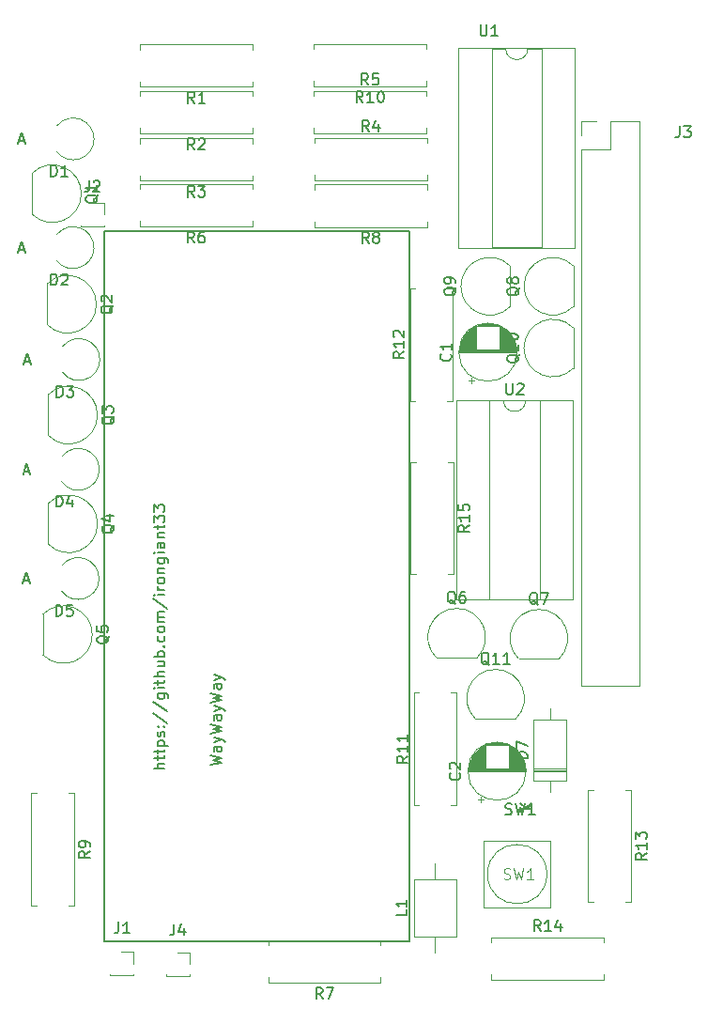
<source format=gto>
G04 #@! TF.GenerationSoftware,KiCad,Pcbnew,7.0.5*
G04 #@! TF.CreationDate,2023-10-09T12:46:36-04:00*
G04 #@! TF.ProjectId,alex_proposal_box,616c6578-5f70-4726-9f70-6f73616c5f62,rev?*
G04 #@! TF.SameCoordinates,Original*
G04 #@! TF.FileFunction,Legend,Top*
G04 #@! TF.FilePolarity,Positive*
%FSLAX46Y46*%
G04 Gerber Fmt 4.6, Leading zero omitted, Abs format (unit mm)*
G04 Created by KiCad (PCBNEW 7.0.5) date 2023-10-09 12:46:36*
%MOMM*%
%LPD*%
G01*
G04 APERTURE LIST*
%ADD10C,0.150000*%
%ADD11C,0.100000*%
%ADD12C,0.120000*%
G04 APERTURE END LIST*
D10*
X98840000Y-66060000D02*
X126300000Y-66060000D01*
X126300000Y-130020000D01*
X98840000Y-130020000D01*
X98840000Y-66060000D01*
X104269819Y-114463220D02*
X103269819Y-114463220D01*
X104269819Y-114034649D02*
X103746009Y-114034649D01*
X103746009Y-114034649D02*
X103650771Y-114082268D01*
X103650771Y-114082268D02*
X103603152Y-114177506D01*
X103603152Y-114177506D02*
X103603152Y-114320363D01*
X103603152Y-114320363D02*
X103650771Y-114415601D01*
X103650771Y-114415601D02*
X103698390Y-114463220D01*
X103603152Y-113701315D02*
X103603152Y-113320363D01*
X103269819Y-113558458D02*
X104126961Y-113558458D01*
X104126961Y-113558458D02*
X104222200Y-113510839D01*
X104222200Y-113510839D02*
X104269819Y-113415601D01*
X104269819Y-113415601D02*
X104269819Y-113320363D01*
X103603152Y-113129886D02*
X103603152Y-112748934D01*
X103269819Y-112987029D02*
X104126961Y-112987029D01*
X104126961Y-112987029D02*
X104222200Y-112939410D01*
X104222200Y-112939410D02*
X104269819Y-112844172D01*
X104269819Y-112844172D02*
X104269819Y-112748934D01*
X103603152Y-112415600D02*
X104603152Y-112415600D01*
X103650771Y-112415600D02*
X103603152Y-112320362D01*
X103603152Y-112320362D02*
X103603152Y-112129886D01*
X103603152Y-112129886D02*
X103650771Y-112034648D01*
X103650771Y-112034648D02*
X103698390Y-111987029D01*
X103698390Y-111987029D02*
X103793628Y-111939410D01*
X103793628Y-111939410D02*
X104079342Y-111939410D01*
X104079342Y-111939410D02*
X104174580Y-111987029D01*
X104174580Y-111987029D02*
X104222200Y-112034648D01*
X104222200Y-112034648D02*
X104269819Y-112129886D01*
X104269819Y-112129886D02*
X104269819Y-112320362D01*
X104269819Y-112320362D02*
X104222200Y-112415600D01*
X104222200Y-111558457D02*
X104269819Y-111463219D01*
X104269819Y-111463219D02*
X104269819Y-111272743D01*
X104269819Y-111272743D02*
X104222200Y-111177505D01*
X104222200Y-111177505D02*
X104126961Y-111129886D01*
X104126961Y-111129886D02*
X104079342Y-111129886D01*
X104079342Y-111129886D02*
X103984104Y-111177505D01*
X103984104Y-111177505D02*
X103936485Y-111272743D01*
X103936485Y-111272743D02*
X103936485Y-111415600D01*
X103936485Y-111415600D02*
X103888866Y-111510838D01*
X103888866Y-111510838D02*
X103793628Y-111558457D01*
X103793628Y-111558457D02*
X103746009Y-111558457D01*
X103746009Y-111558457D02*
X103650771Y-111510838D01*
X103650771Y-111510838D02*
X103603152Y-111415600D01*
X103603152Y-111415600D02*
X103603152Y-111272743D01*
X103603152Y-111272743D02*
X103650771Y-111177505D01*
X104174580Y-110701314D02*
X104222200Y-110653695D01*
X104222200Y-110653695D02*
X104269819Y-110701314D01*
X104269819Y-110701314D02*
X104222200Y-110748933D01*
X104222200Y-110748933D02*
X104174580Y-110701314D01*
X104174580Y-110701314D02*
X104269819Y-110701314D01*
X103650771Y-110701314D02*
X103698390Y-110653695D01*
X103698390Y-110653695D02*
X103746009Y-110701314D01*
X103746009Y-110701314D02*
X103698390Y-110748933D01*
X103698390Y-110748933D02*
X103650771Y-110701314D01*
X103650771Y-110701314D02*
X103746009Y-110701314D01*
X103222200Y-109510839D02*
X104507914Y-110367981D01*
X103222200Y-108463220D02*
X104507914Y-109320362D01*
X103603152Y-107701315D02*
X104412676Y-107701315D01*
X104412676Y-107701315D02*
X104507914Y-107748934D01*
X104507914Y-107748934D02*
X104555533Y-107796553D01*
X104555533Y-107796553D02*
X104603152Y-107891791D01*
X104603152Y-107891791D02*
X104603152Y-108034648D01*
X104603152Y-108034648D02*
X104555533Y-108129886D01*
X104222200Y-107701315D02*
X104269819Y-107796553D01*
X104269819Y-107796553D02*
X104269819Y-107987029D01*
X104269819Y-107987029D02*
X104222200Y-108082267D01*
X104222200Y-108082267D02*
X104174580Y-108129886D01*
X104174580Y-108129886D02*
X104079342Y-108177505D01*
X104079342Y-108177505D02*
X103793628Y-108177505D01*
X103793628Y-108177505D02*
X103698390Y-108129886D01*
X103698390Y-108129886D02*
X103650771Y-108082267D01*
X103650771Y-108082267D02*
X103603152Y-107987029D01*
X103603152Y-107987029D02*
X103603152Y-107796553D01*
X103603152Y-107796553D02*
X103650771Y-107701315D01*
X104269819Y-107225124D02*
X103603152Y-107225124D01*
X103269819Y-107225124D02*
X103317438Y-107272743D01*
X103317438Y-107272743D02*
X103365057Y-107225124D01*
X103365057Y-107225124D02*
X103317438Y-107177505D01*
X103317438Y-107177505D02*
X103269819Y-107225124D01*
X103269819Y-107225124D02*
X103365057Y-107225124D01*
X103603152Y-106891791D02*
X103603152Y-106510839D01*
X103269819Y-106748934D02*
X104126961Y-106748934D01*
X104126961Y-106748934D02*
X104222200Y-106701315D01*
X104222200Y-106701315D02*
X104269819Y-106606077D01*
X104269819Y-106606077D02*
X104269819Y-106510839D01*
X104269819Y-106177505D02*
X103269819Y-106177505D01*
X104269819Y-105748934D02*
X103746009Y-105748934D01*
X103746009Y-105748934D02*
X103650771Y-105796553D01*
X103650771Y-105796553D02*
X103603152Y-105891791D01*
X103603152Y-105891791D02*
X103603152Y-106034648D01*
X103603152Y-106034648D02*
X103650771Y-106129886D01*
X103650771Y-106129886D02*
X103698390Y-106177505D01*
X103603152Y-104844172D02*
X104269819Y-104844172D01*
X103603152Y-105272743D02*
X104126961Y-105272743D01*
X104126961Y-105272743D02*
X104222200Y-105225124D01*
X104222200Y-105225124D02*
X104269819Y-105129886D01*
X104269819Y-105129886D02*
X104269819Y-104987029D01*
X104269819Y-104987029D02*
X104222200Y-104891791D01*
X104222200Y-104891791D02*
X104174580Y-104844172D01*
X104269819Y-104367981D02*
X103269819Y-104367981D01*
X103650771Y-104367981D02*
X103603152Y-104272743D01*
X103603152Y-104272743D02*
X103603152Y-104082267D01*
X103603152Y-104082267D02*
X103650771Y-103987029D01*
X103650771Y-103987029D02*
X103698390Y-103939410D01*
X103698390Y-103939410D02*
X103793628Y-103891791D01*
X103793628Y-103891791D02*
X104079342Y-103891791D01*
X104079342Y-103891791D02*
X104174580Y-103939410D01*
X104174580Y-103939410D02*
X104222200Y-103987029D01*
X104222200Y-103987029D02*
X104269819Y-104082267D01*
X104269819Y-104082267D02*
X104269819Y-104272743D01*
X104269819Y-104272743D02*
X104222200Y-104367981D01*
X104174580Y-103463219D02*
X104222200Y-103415600D01*
X104222200Y-103415600D02*
X104269819Y-103463219D01*
X104269819Y-103463219D02*
X104222200Y-103510838D01*
X104222200Y-103510838D02*
X104174580Y-103463219D01*
X104174580Y-103463219D02*
X104269819Y-103463219D01*
X104222200Y-102558458D02*
X104269819Y-102653696D01*
X104269819Y-102653696D02*
X104269819Y-102844172D01*
X104269819Y-102844172D02*
X104222200Y-102939410D01*
X104222200Y-102939410D02*
X104174580Y-102987029D01*
X104174580Y-102987029D02*
X104079342Y-103034648D01*
X104079342Y-103034648D02*
X103793628Y-103034648D01*
X103793628Y-103034648D02*
X103698390Y-102987029D01*
X103698390Y-102987029D02*
X103650771Y-102939410D01*
X103650771Y-102939410D02*
X103603152Y-102844172D01*
X103603152Y-102844172D02*
X103603152Y-102653696D01*
X103603152Y-102653696D02*
X103650771Y-102558458D01*
X104269819Y-101987029D02*
X104222200Y-102082267D01*
X104222200Y-102082267D02*
X104174580Y-102129886D01*
X104174580Y-102129886D02*
X104079342Y-102177505D01*
X104079342Y-102177505D02*
X103793628Y-102177505D01*
X103793628Y-102177505D02*
X103698390Y-102129886D01*
X103698390Y-102129886D02*
X103650771Y-102082267D01*
X103650771Y-102082267D02*
X103603152Y-101987029D01*
X103603152Y-101987029D02*
X103603152Y-101844172D01*
X103603152Y-101844172D02*
X103650771Y-101748934D01*
X103650771Y-101748934D02*
X103698390Y-101701315D01*
X103698390Y-101701315D02*
X103793628Y-101653696D01*
X103793628Y-101653696D02*
X104079342Y-101653696D01*
X104079342Y-101653696D02*
X104174580Y-101701315D01*
X104174580Y-101701315D02*
X104222200Y-101748934D01*
X104222200Y-101748934D02*
X104269819Y-101844172D01*
X104269819Y-101844172D02*
X104269819Y-101987029D01*
X104269819Y-101225124D02*
X103603152Y-101225124D01*
X103698390Y-101225124D02*
X103650771Y-101177505D01*
X103650771Y-101177505D02*
X103603152Y-101082267D01*
X103603152Y-101082267D02*
X103603152Y-100939410D01*
X103603152Y-100939410D02*
X103650771Y-100844172D01*
X103650771Y-100844172D02*
X103746009Y-100796553D01*
X103746009Y-100796553D02*
X104269819Y-100796553D01*
X103746009Y-100796553D02*
X103650771Y-100748934D01*
X103650771Y-100748934D02*
X103603152Y-100653696D01*
X103603152Y-100653696D02*
X103603152Y-100510839D01*
X103603152Y-100510839D02*
X103650771Y-100415600D01*
X103650771Y-100415600D02*
X103746009Y-100367981D01*
X103746009Y-100367981D02*
X104269819Y-100367981D01*
X103222200Y-99177506D02*
X104507914Y-100034648D01*
X104269819Y-98844172D02*
X103603152Y-98844172D01*
X103269819Y-98844172D02*
X103317438Y-98891791D01*
X103317438Y-98891791D02*
X103365057Y-98844172D01*
X103365057Y-98844172D02*
X103317438Y-98796553D01*
X103317438Y-98796553D02*
X103269819Y-98844172D01*
X103269819Y-98844172D02*
X103365057Y-98844172D01*
X104269819Y-98367982D02*
X103603152Y-98367982D01*
X103793628Y-98367982D02*
X103698390Y-98320363D01*
X103698390Y-98320363D02*
X103650771Y-98272744D01*
X103650771Y-98272744D02*
X103603152Y-98177506D01*
X103603152Y-98177506D02*
X103603152Y-98082268D01*
X104269819Y-97606077D02*
X104222200Y-97701315D01*
X104222200Y-97701315D02*
X104174580Y-97748934D01*
X104174580Y-97748934D02*
X104079342Y-97796553D01*
X104079342Y-97796553D02*
X103793628Y-97796553D01*
X103793628Y-97796553D02*
X103698390Y-97748934D01*
X103698390Y-97748934D02*
X103650771Y-97701315D01*
X103650771Y-97701315D02*
X103603152Y-97606077D01*
X103603152Y-97606077D02*
X103603152Y-97463220D01*
X103603152Y-97463220D02*
X103650771Y-97367982D01*
X103650771Y-97367982D02*
X103698390Y-97320363D01*
X103698390Y-97320363D02*
X103793628Y-97272744D01*
X103793628Y-97272744D02*
X104079342Y-97272744D01*
X104079342Y-97272744D02*
X104174580Y-97320363D01*
X104174580Y-97320363D02*
X104222200Y-97367982D01*
X104222200Y-97367982D02*
X104269819Y-97463220D01*
X104269819Y-97463220D02*
X104269819Y-97606077D01*
X103603152Y-96844172D02*
X104269819Y-96844172D01*
X103698390Y-96844172D02*
X103650771Y-96796553D01*
X103650771Y-96796553D02*
X103603152Y-96701315D01*
X103603152Y-96701315D02*
X103603152Y-96558458D01*
X103603152Y-96558458D02*
X103650771Y-96463220D01*
X103650771Y-96463220D02*
X103746009Y-96415601D01*
X103746009Y-96415601D02*
X104269819Y-96415601D01*
X103603152Y-95510839D02*
X104412676Y-95510839D01*
X104412676Y-95510839D02*
X104507914Y-95558458D01*
X104507914Y-95558458D02*
X104555533Y-95606077D01*
X104555533Y-95606077D02*
X104603152Y-95701315D01*
X104603152Y-95701315D02*
X104603152Y-95844172D01*
X104603152Y-95844172D02*
X104555533Y-95939410D01*
X104222200Y-95510839D02*
X104269819Y-95606077D01*
X104269819Y-95606077D02*
X104269819Y-95796553D01*
X104269819Y-95796553D02*
X104222200Y-95891791D01*
X104222200Y-95891791D02*
X104174580Y-95939410D01*
X104174580Y-95939410D02*
X104079342Y-95987029D01*
X104079342Y-95987029D02*
X103793628Y-95987029D01*
X103793628Y-95987029D02*
X103698390Y-95939410D01*
X103698390Y-95939410D02*
X103650771Y-95891791D01*
X103650771Y-95891791D02*
X103603152Y-95796553D01*
X103603152Y-95796553D02*
X103603152Y-95606077D01*
X103603152Y-95606077D02*
X103650771Y-95510839D01*
X104269819Y-95034648D02*
X103603152Y-95034648D01*
X103269819Y-95034648D02*
X103317438Y-95082267D01*
X103317438Y-95082267D02*
X103365057Y-95034648D01*
X103365057Y-95034648D02*
X103317438Y-94987029D01*
X103317438Y-94987029D02*
X103269819Y-95034648D01*
X103269819Y-95034648D02*
X103365057Y-95034648D01*
X104269819Y-94129887D02*
X103746009Y-94129887D01*
X103746009Y-94129887D02*
X103650771Y-94177506D01*
X103650771Y-94177506D02*
X103603152Y-94272744D01*
X103603152Y-94272744D02*
X103603152Y-94463220D01*
X103603152Y-94463220D02*
X103650771Y-94558458D01*
X104222200Y-94129887D02*
X104269819Y-94225125D01*
X104269819Y-94225125D02*
X104269819Y-94463220D01*
X104269819Y-94463220D02*
X104222200Y-94558458D01*
X104222200Y-94558458D02*
X104126961Y-94606077D01*
X104126961Y-94606077D02*
X104031723Y-94606077D01*
X104031723Y-94606077D02*
X103936485Y-94558458D01*
X103936485Y-94558458D02*
X103888866Y-94463220D01*
X103888866Y-94463220D02*
X103888866Y-94225125D01*
X103888866Y-94225125D02*
X103841247Y-94129887D01*
X103603152Y-93653696D02*
X104269819Y-93653696D01*
X103698390Y-93653696D02*
X103650771Y-93606077D01*
X103650771Y-93606077D02*
X103603152Y-93510839D01*
X103603152Y-93510839D02*
X103603152Y-93367982D01*
X103603152Y-93367982D02*
X103650771Y-93272744D01*
X103650771Y-93272744D02*
X103746009Y-93225125D01*
X103746009Y-93225125D02*
X104269819Y-93225125D01*
X103603152Y-92891791D02*
X103603152Y-92510839D01*
X103269819Y-92748934D02*
X104126961Y-92748934D01*
X104126961Y-92748934D02*
X104222200Y-92701315D01*
X104222200Y-92701315D02*
X104269819Y-92606077D01*
X104269819Y-92606077D02*
X104269819Y-92510839D01*
X103269819Y-92272743D02*
X103269819Y-91653696D01*
X103269819Y-91653696D02*
X103650771Y-91987029D01*
X103650771Y-91987029D02*
X103650771Y-91844172D01*
X103650771Y-91844172D02*
X103698390Y-91748934D01*
X103698390Y-91748934D02*
X103746009Y-91701315D01*
X103746009Y-91701315D02*
X103841247Y-91653696D01*
X103841247Y-91653696D02*
X104079342Y-91653696D01*
X104079342Y-91653696D02*
X104174580Y-91701315D01*
X104174580Y-91701315D02*
X104222200Y-91748934D01*
X104222200Y-91748934D02*
X104269819Y-91844172D01*
X104269819Y-91844172D02*
X104269819Y-92129886D01*
X104269819Y-92129886D02*
X104222200Y-92225124D01*
X104222200Y-92225124D02*
X104174580Y-92272743D01*
X103269819Y-91320362D02*
X103269819Y-90701315D01*
X103269819Y-90701315D02*
X103650771Y-91034648D01*
X103650771Y-91034648D02*
X103650771Y-90891791D01*
X103650771Y-90891791D02*
X103698390Y-90796553D01*
X103698390Y-90796553D02*
X103746009Y-90748934D01*
X103746009Y-90748934D02*
X103841247Y-90701315D01*
X103841247Y-90701315D02*
X104079342Y-90701315D01*
X104079342Y-90701315D02*
X104174580Y-90748934D01*
X104174580Y-90748934D02*
X104222200Y-90796553D01*
X104222200Y-90796553D02*
X104269819Y-90891791D01*
X104269819Y-90891791D02*
X104269819Y-91177505D01*
X104269819Y-91177505D02*
X104222200Y-91272743D01*
X104222200Y-91272743D02*
X104174580Y-91320362D01*
X108369819Y-114158458D02*
X109369819Y-113920363D01*
X109369819Y-113920363D02*
X108655533Y-113729887D01*
X108655533Y-113729887D02*
X109369819Y-113539411D01*
X109369819Y-113539411D02*
X108369819Y-113301316D01*
X109369819Y-112491792D02*
X108846009Y-112491792D01*
X108846009Y-112491792D02*
X108750771Y-112539411D01*
X108750771Y-112539411D02*
X108703152Y-112634649D01*
X108703152Y-112634649D02*
X108703152Y-112825125D01*
X108703152Y-112825125D02*
X108750771Y-112920363D01*
X109322200Y-112491792D02*
X109369819Y-112587030D01*
X109369819Y-112587030D02*
X109369819Y-112825125D01*
X109369819Y-112825125D02*
X109322200Y-112920363D01*
X109322200Y-112920363D02*
X109226961Y-112967982D01*
X109226961Y-112967982D02*
X109131723Y-112967982D01*
X109131723Y-112967982D02*
X109036485Y-112920363D01*
X109036485Y-112920363D02*
X108988866Y-112825125D01*
X108988866Y-112825125D02*
X108988866Y-112587030D01*
X108988866Y-112587030D02*
X108941247Y-112491792D01*
X108703152Y-112110839D02*
X109369819Y-111872744D01*
X108703152Y-111634649D02*
X109369819Y-111872744D01*
X109369819Y-111872744D02*
X109607914Y-111967982D01*
X109607914Y-111967982D02*
X109655533Y-112015601D01*
X109655533Y-112015601D02*
X109703152Y-112110839D01*
X108369819Y-111348934D02*
X109369819Y-111110839D01*
X109369819Y-111110839D02*
X108655533Y-110920363D01*
X108655533Y-110920363D02*
X109369819Y-110729887D01*
X109369819Y-110729887D02*
X108369819Y-110491792D01*
X109369819Y-109682268D02*
X108846009Y-109682268D01*
X108846009Y-109682268D02*
X108750771Y-109729887D01*
X108750771Y-109729887D02*
X108703152Y-109825125D01*
X108703152Y-109825125D02*
X108703152Y-110015601D01*
X108703152Y-110015601D02*
X108750771Y-110110839D01*
X109322200Y-109682268D02*
X109369819Y-109777506D01*
X109369819Y-109777506D02*
X109369819Y-110015601D01*
X109369819Y-110015601D02*
X109322200Y-110110839D01*
X109322200Y-110110839D02*
X109226961Y-110158458D01*
X109226961Y-110158458D02*
X109131723Y-110158458D01*
X109131723Y-110158458D02*
X109036485Y-110110839D01*
X109036485Y-110110839D02*
X108988866Y-110015601D01*
X108988866Y-110015601D02*
X108988866Y-109777506D01*
X108988866Y-109777506D02*
X108941247Y-109682268D01*
X108703152Y-109301315D02*
X109369819Y-109063220D01*
X108703152Y-108825125D02*
X109369819Y-109063220D01*
X109369819Y-109063220D02*
X109607914Y-109158458D01*
X109607914Y-109158458D02*
X109655533Y-109206077D01*
X109655533Y-109206077D02*
X109703152Y-109301315D01*
X108369819Y-108539410D02*
X109369819Y-108301315D01*
X109369819Y-108301315D02*
X108655533Y-108110839D01*
X108655533Y-108110839D02*
X109369819Y-107920363D01*
X109369819Y-107920363D02*
X108369819Y-107682268D01*
X109369819Y-106872744D02*
X108846009Y-106872744D01*
X108846009Y-106872744D02*
X108750771Y-106920363D01*
X108750771Y-106920363D02*
X108703152Y-107015601D01*
X108703152Y-107015601D02*
X108703152Y-107206077D01*
X108703152Y-107206077D02*
X108750771Y-107301315D01*
X109322200Y-106872744D02*
X109369819Y-106967982D01*
X109369819Y-106967982D02*
X109369819Y-107206077D01*
X109369819Y-107206077D02*
X109322200Y-107301315D01*
X109322200Y-107301315D02*
X109226961Y-107348934D01*
X109226961Y-107348934D02*
X109131723Y-107348934D01*
X109131723Y-107348934D02*
X109036485Y-107301315D01*
X109036485Y-107301315D02*
X108988866Y-107206077D01*
X108988866Y-107206077D02*
X108988866Y-106967982D01*
X108988866Y-106967982D02*
X108941247Y-106872744D01*
X108703152Y-106491791D02*
X109369819Y-106253696D01*
X108703152Y-106015601D02*
X109369819Y-106253696D01*
X109369819Y-106253696D02*
X109607914Y-106348934D01*
X109607914Y-106348934D02*
X109655533Y-106396553D01*
X109655533Y-106396553D02*
X109703152Y-106491791D01*
X130504761Y-99630057D02*
X130409523Y-99582438D01*
X130409523Y-99582438D02*
X130314285Y-99487200D01*
X130314285Y-99487200D02*
X130171428Y-99344342D01*
X130171428Y-99344342D02*
X130076190Y-99296723D01*
X130076190Y-99296723D02*
X129980952Y-99296723D01*
X130028571Y-99534819D02*
X129933333Y-99487200D01*
X129933333Y-99487200D02*
X129838095Y-99391961D01*
X129838095Y-99391961D02*
X129790476Y-99201485D01*
X129790476Y-99201485D02*
X129790476Y-98868152D01*
X129790476Y-98868152D02*
X129838095Y-98677676D01*
X129838095Y-98677676D02*
X129933333Y-98582438D01*
X129933333Y-98582438D02*
X130028571Y-98534819D01*
X130028571Y-98534819D02*
X130219047Y-98534819D01*
X130219047Y-98534819D02*
X130314285Y-98582438D01*
X130314285Y-98582438D02*
X130409523Y-98677676D01*
X130409523Y-98677676D02*
X130457142Y-98868152D01*
X130457142Y-98868152D02*
X130457142Y-99201485D01*
X130457142Y-99201485D02*
X130409523Y-99391961D01*
X130409523Y-99391961D02*
X130314285Y-99487200D01*
X130314285Y-99487200D02*
X130219047Y-99534819D01*
X130219047Y-99534819D02*
X130028571Y-99534819D01*
X131314285Y-98534819D02*
X131123809Y-98534819D01*
X131123809Y-98534819D02*
X131028571Y-98582438D01*
X131028571Y-98582438D02*
X130980952Y-98630057D01*
X130980952Y-98630057D02*
X130885714Y-98772914D01*
X130885714Y-98772914D02*
X130838095Y-98963390D01*
X130838095Y-98963390D02*
X130838095Y-99344342D01*
X130838095Y-99344342D02*
X130885714Y-99439580D01*
X130885714Y-99439580D02*
X130933333Y-99487200D01*
X130933333Y-99487200D02*
X131028571Y-99534819D01*
X131028571Y-99534819D02*
X131219047Y-99534819D01*
X131219047Y-99534819D02*
X131314285Y-99487200D01*
X131314285Y-99487200D02*
X131361904Y-99439580D01*
X131361904Y-99439580D02*
X131409523Y-99344342D01*
X131409523Y-99344342D02*
X131409523Y-99106247D01*
X131409523Y-99106247D02*
X131361904Y-99011009D01*
X131361904Y-99011009D02*
X131314285Y-98963390D01*
X131314285Y-98963390D02*
X131219047Y-98915771D01*
X131219047Y-98915771D02*
X131028571Y-98915771D01*
X131028571Y-98915771D02*
X130933333Y-98963390D01*
X130933333Y-98963390D02*
X130885714Y-99011009D01*
X130885714Y-99011009D02*
X130838095Y-99106247D01*
X105106666Y-128494819D02*
X105106666Y-129209104D01*
X105106666Y-129209104D02*
X105059047Y-129351961D01*
X105059047Y-129351961D02*
X104963809Y-129447200D01*
X104963809Y-129447200D02*
X104820952Y-129494819D01*
X104820952Y-129494819D02*
X104725714Y-129494819D01*
X106011428Y-128828152D02*
X106011428Y-129494819D01*
X105773333Y-128447200D02*
X105535238Y-129161485D01*
X105535238Y-129161485D02*
X106154285Y-129161485D01*
X94461905Y-100724819D02*
X94461905Y-99724819D01*
X94461905Y-99724819D02*
X94700000Y-99724819D01*
X94700000Y-99724819D02*
X94842857Y-99772438D01*
X94842857Y-99772438D02*
X94938095Y-99867676D01*
X94938095Y-99867676D02*
X94985714Y-99962914D01*
X94985714Y-99962914D02*
X95033333Y-100153390D01*
X95033333Y-100153390D02*
X95033333Y-100296247D01*
X95033333Y-100296247D02*
X94985714Y-100486723D01*
X94985714Y-100486723D02*
X94938095Y-100581961D01*
X94938095Y-100581961D02*
X94842857Y-100677200D01*
X94842857Y-100677200D02*
X94700000Y-100724819D01*
X94700000Y-100724819D02*
X94461905Y-100724819D01*
X95938095Y-99724819D02*
X95461905Y-99724819D01*
X95461905Y-99724819D02*
X95414286Y-100201009D01*
X95414286Y-100201009D02*
X95461905Y-100153390D01*
X95461905Y-100153390D02*
X95557143Y-100105771D01*
X95557143Y-100105771D02*
X95795238Y-100105771D01*
X95795238Y-100105771D02*
X95890476Y-100153390D01*
X95890476Y-100153390D02*
X95938095Y-100201009D01*
X95938095Y-100201009D02*
X95985714Y-100296247D01*
X95985714Y-100296247D02*
X95985714Y-100534342D01*
X95985714Y-100534342D02*
X95938095Y-100629580D01*
X95938095Y-100629580D02*
X95890476Y-100677200D01*
X95890476Y-100677200D02*
X95795238Y-100724819D01*
X95795238Y-100724819D02*
X95557143Y-100724819D01*
X95557143Y-100724819D02*
X95461905Y-100677200D01*
X95461905Y-100677200D02*
X95414286Y-100629580D01*
X91571905Y-97519104D02*
X92048095Y-97519104D01*
X91476667Y-97804819D02*
X91810000Y-96804819D01*
X91810000Y-96804819D02*
X92143333Y-97804819D01*
X122673333Y-67124819D02*
X122340000Y-66648628D01*
X122101905Y-67124819D02*
X122101905Y-66124819D01*
X122101905Y-66124819D02*
X122482857Y-66124819D01*
X122482857Y-66124819D02*
X122578095Y-66172438D01*
X122578095Y-66172438D02*
X122625714Y-66220057D01*
X122625714Y-66220057D02*
X122673333Y-66315295D01*
X122673333Y-66315295D02*
X122673333Y-66458152D01*
X122673333Y-66458152D02*
X122625714Y-66553390D01*
X122625714Y-66553390D02*
X122578095Y-66601009D01*
X122578095Y-66601009D02*
X122482857Y-66648628D01*
X122482857Y-66648628D02*
X122101905Y-66648628D01*
X123244762Y-66553390D02*
X123149524Y-66505771D01*
X123149524Y-66505771D02*
X123101905Y-66458152D01*
X123101905Y-66458152D02*
X123054286Y-66362914D01*
X123054286Y-66362914D02*
X123054286Y-66315295D01*
X123054286Y-66315295D02*
X123101905Y-66220057D01*
X123101905Y-66220057D02*
X123149524Y-66172438D01*
X123149524Y-66172438D02*
X123244762Y-66124819D01*
X123244762Y-66124819D02*
X123435238Y-66124819D01*
X123435238Y-66124819D02*
X123530476Y-66172438D01*
X123530476Y-66172438D02*
X123578095Y-66220057D01*
X123578095Y-66220057D02*
X123625714Y-66315295D01*
X123625714Y-66315295D02*
X123625714Y-66362914D01*
X123625714Y-66362914D02*
X123578095Y-66458152D01*
X123578095Y-66458152D02*
X123530476Y-66505771D01*
X123530476Y-66505771D02*
X123435238Y-66553390D01*
X123435238Y-66553390D02*
X123244762Y-66553390D01*
X123244762Y-66553390D02*
X123149524Y-66601009D01*
X123149524Y-66601009D02*
X123101905Y-66648628D01*
X123101905Y-66648628D02*
X123054286Y-66743866D01*
X123054286Y-66743866D02*
X123054286Y-66934342D01*
X123054286Y-66934342D02*
X123101905Y-67029580D01*
X123101905Y-67029580D02*
X123149524Y-67077200D01*
X123149524Y-67077200D02*
X123244762Y-67124819D01*
X123244762Y-67124819D02*
X123435238Y-67124819D01*
X123435238Y-67124819D02*
X123530476Y-67077200D01*
X123530476Y-67077200D02*
X123578095Y-67029580D01*
X123578095Y-67029580D02*
X123625714Y-66934342D01*
X123625714Y-66934342D02*
X123625714Y-66743866D01*
X123625714Y-66743866D02*
X123578095Y-66648628D01*
X123578095Y-66648628D02*
X123530476Y-66601009D01*
X123530476Y-66601009D02*
X123435238Y-66553390D01*
X98260057Y-62765238D02*
X98212438Y-62860476D01*
X98212438Y-62860476D02*
X98117200Y-62955714D01*
X98117200Y-62955714D02*
X97974342Y-63098571D01*
X97974342Y-63098571D02*
X97926723Y-63193809D01*
X97926723Y-63193809D02*
X97926723Y-63289047D01*
X98164819Y-63241428D02*
X98117200Y-63336666D01*
X98117200Y-63336666D02*
X98021961Y-63431904D01*
X98021961Y-63431904D02*
X97831485Y-63479523D01*
X97831485Y-63479523D02*
X97498152Y-63479523D01*
X97498152Y-63479523D02*
X97307676Y-63431904D01*
X97307676Y-63431904D02*
X97212438Y-63336666D01*
X97212438Y-63336666D02*
X97164819Y-63241428D01*
X97164819Y-63241428D02*
X97164819Y-63050952D01*
X97164819Y-63050952D02*
X97212438Y-62955714D01*
X97212438Y-62955714D02*
X97307676Y-62860476D01*
X97307676Y-62860476D02*
X97498152Y-62812857D01*
X97498152Y-62812857D02*
X97831485Y-62812857D01*
X97831485Y-62812857D02*
X98021961Y-62860476D01*
X98021961Y-62860476D02*
X98117200Y-62955714D01*
X98117200Y-62955714D02*
X98164819Y-63050952D01*
X98164819Y-63050952D02*
X98164819Y-63241428D01*
X98164819Y-61860476D02*
X98164819Y-62431904D01*
X98164819Y-62146190D02*
X97164819Y-62146190D01*
X97164819Y-62146190D02*
X97307676Y-62241428D01*
X97307676Y-62241428D02*
X97402914Y-62336666D01*
X97402914Y-62336666D02*
X97450533Y-62431904D01*
X97426666Y-61504819D02*
X97426666Y-62219104D01*
X97426666Y-62219104D02*
X97379047Y-62361961D01*
X97379047Y-62361961D02*
X97283809Y-62457200D01*
X97283809Y-62457200D02*
X97140952Y-62504819D01*
X97140952Y-62504819D02*
X97045714Y-62504819D01*
X97855238Y-61600057D02*
X97902857Y-61552438D01*
X97902857Y-61552438D02*
X97998095Y-61504819D01*
X97998095Y-61504819D02*
X98236190Y-61504819D01*
X98236190Y-61504819D02*
X98331428Y-61552438D01*
X98331428Y-61552438D02*
X98379047Y-61600057D01*
X98379047Y-61600057D02*
X98426666Y-61695295D01*
X98426666Y-61695295D02*
X98426666Y-61790533D01*
X98426666Y-61790533D02*
X98379047Y-61933390D01*
X98379047Y-61933390D02*
X97807619Y-62504819D01*
X97807619Y-62504819D02*
X98426666Y-62504819D01*
X106933333Y-67084819D02*
X106600000Y-66608628D01*
X106361905Y-67084819D02*
X106361905Y-66084819D01*
X106361905Y-66084819D02*
X106742857Y-66084819D01*
X106742857Y-66084819D02*
X106838095Y-66132438D01*
X106838095Y-66132438D02*
X106885714Y-66180057D01*
X106885714Y-66180057D02*
X106933333Y-66275295D01*
X106933333Y-66275295D02*
X106933333Y-66418152D01*
X106933333Y-66418152D02*
X106885714Y-66513390D01*
X106885714Y-66513390D02*
X106838095Y-66561009D01*
X106838095Y-66561009D02*
X106742857Y-66608628D01*
X106742857Y-66608628D02*
X106361905Y-66608628D01*
X107790476Y-66084819D02*
X107600000Y-66084819D01*
X107600000Y-66084819D02*
X107504762Y-66132438D01*
X107504762Y-66132438D02*
X107457143Y-66180057D01*
X107457143Y-66180057D02*
X107361905Y-66322914D01*
X107361905Y-66322914D02*
X107314286Y-66513390D01*
X107314286Y-66513390D02*
X107314286Y-66894342D01*
X107314286Y-66894342D02*
X107361905Y-66989580D01*
X107361905Y-66989580D02*
X107409524Y-67037200D01*
X107409524Y-67037200D02*
X107504762Y-67084819D01*
X107504762Y-67084819D02*
X107695238Y-67084819D01*
X107695238Y-67084819D02*
X107790476Y-67037200D01*
X107790476Y-67037200D02*
X107838095Y-66989580D01*
X107838095Y-66989580D02*
X107885714Y-66894342D01*
X107885714Y-66894342D02*
X107885714Y-66656247D01*
X107885714Y-66656247D02*
X107838095Y-66561009D01*
X107838095Y-66561009D02*
X107790476Y-66513390D01*
X107790476Y-66513390D02*
X107695238Y-66465771D01*
X107695238Y-66465771D02*
X107504762Y-66465771D01*
X107504762Y-66465771D02*
X107409524Y-66513390D01*
X107409524Y-66513390D02*
X107361905Y-66561009D01*
X107361905Y-66561009D02*
X107314286Y-66656247D01*
X135058095Y-79754819D02*
X135058095Y-80564342D01*
X135058095Y-80564342D02*
X135105714Y-80659580D01*
X135105714Y-80659580D02*
X135153333Y-80707200D01*
X135153333Y-80707200D02*
X135248571Y-80754819D01*
X135248571Y-80754819D02*
X135439047Y-80754819D01*
X135439047Y-80754819D02*
X135534285Y-80707200D01*
X135534285Y-80707200D02*
X135581904Y-80659580D01*
X135581904Y-80659580D02*
X135629523Y-80564342D01*
X135629523Y-80564342D02*
X135629523Y-79754819D01*
X136058095Y-79850057D02*
X136105714Y-79802438D01*
X136105714Y-79802438D02*
X136200952Y-79754819D01*
X136200952Y-79754819D02*
X136439047Y-79754819D01*
X136439047Y-79754819D02*
X136534285Y-79802438D01*
X136534285Y-79802438D02*
X136581904Y-79850057D01*
X136581904Y-79850057D02*
X136629523Y-79945295D01*
X136629523Y-79945295D02*
X136629523Y-80040533D01*
X136629523Y-80040533D02*
X136581904Y-80183390D01*
X136581904Y-80183390D02*
X136010476Y-80754819D01*
X136010476Y-80754819D02*
X136629523Y-80754819D01*
X99720057Y-82715238D02*
X99672438Y-82810476D01*
X99672438Y-82810476D02*
X99577200Y-82905714D01*
X99577200Y-82905714D02*
X99434342Y-83048571D01*
X99434342Y-83048571D02*
X99386723Y-83143809D01*
X99386723Y-83143809D02*
X99386723Y-83239047D01*
X99624819Y-83191428D02*
X99577200Y-83286666D01*
X99577200Y-83286666D02*
X99481961Y-83381904D01*
X99481961Y-83381904D02*
X99291485Y-83429523D01*
X99291485Y-83429523D02*
X98958152Y-83429523D01*
X98958152Y-83429523D02*
X98767676Y-83381904D01*
X98767676Y-83381904D02*
X98672438Y-83286666D01*
X98672438Y-83286666D02*
X98624819Y-83191428D01*
X98624819Y-83191428D02*
X98624819Y-83000952D01*
X98624819Y-83000952D02*
X98672438Y-82905714D01*
X98672438Y-82905714D02*
X98767676Y-82810476D01*
X98767676Y-82810476D02*
X98958152Y-82762857D01*
X98958152Y-82762857D02*
X99291485Y-82762857D01*
X99291485Y-82762857D02*
X99481961Y-82810476D01*
X99481961Y-82810476D02*
X99577200Y-82905714D01*
X99577200Y-82905714D02*
X99624819Y-83000952D01*
X99624819Y-83000952D02*
X99624819Y-83191428D01*
X98624819Y-82429523D02*
X98624819Y-81810476D01*
X98624819Y-81810476D02*
X99005771Y-82143809D01*
X99005771Y-82143809D02*
X99005771Y-82000952D01*
X99005771Y-82000952D02*
X99053390Y-81905714D01*
X99053390Y-81905714D02*
X99101009Y-81858095D01*
X99101009Y-81858095D02*
X99196247Y-81810476D01*
X99196247Y-81810476D02*
X99434342Y-81810476D01*
X99434342Y-81810476D02*
X99529580Y-81858095D01*
X99529580Y-81858095D02*
X99577200Y-81905714D01*
X99577200Y-81905714D02*
X99624819Y-82000952D01*
X99624819Y-82000952D02*
X99624819Y-82286666D01*
X99624819Y-82286666D02*
X99577200Y-82381904D01*
X99577200Y-82381904D02*
X99529580Y-82429523D01*
X138157142Y-129124819D02*
X137823809Y-128648628D01*
X137585714Y-129124819D02*
X137585714Y-128124819D01*
X137585714Y-128124819D02*
X137966666Y-128124819D01*
X137966666Y-128124819D02*
X138061904Y-128172438D01*
X138061904Y-128172438D02*
X138109523Y-128220057D01*
X138109523Y-128220057D02*
X138157142Y-128315295D01*
X138157142Y-128315295D02*
X138157142Y-128458152D01*
X138157142Y-128458152D02*
X138109523Y-128553390D01*
X138109523Y-128553390D02*
X138061904Y-128601009D01*
X138061904Y-128601009D02*
X137966666Y-128648628D01*
X137966666Y-128648628D02*
X137585714Y-128648628D01*
X139109523Y-129124819D02*
X138538095Y-129124819D01*
X138823809Y-129124819D02*
X138823809Y-128124819D01*
X138823809Y-128124819D02*
X138728571Y-128267676D01*
X138728571Y-128267676D02*
X138633333Y-128362914D01*
X138633333Y-128362914D02*
X138538095Y-128410533D01*
X139966666Y-128458152D02*
X139966666Y-129124819D01*
X139728571Y-128077200D02*
X139490476Y-128791485D01*
X139490476Y-128791485D02*
X140109523Y-128791485D01*
X99720057Y-92515238D02*
X99672438Y-92610476D01*
X99672438Y-92610476D02*
X99577200Y-92705714D01*
X99577200Y-92705714D02*
X99434342Y-92848571D01*
X99434342Y-92848571D02*
X99386723Y-92943809D01*
X99386723Y-92943809D02*
X99386723Y-93039047D01*
X99624819Y-92991428D02*
X99577200Y-93086666D01*
X99577200Y-93086666D02*
X99481961Y-93181904D01*
X99481961Y-93181904D02*
X99291485Y-93229523D01*
X99291485Y-93229523D02*
X98958152Y-93229523D01*
X98958152Y-93229523D02*
X98767676Y-93181904D01*
X98767676Y-93181904D02*
X98672438Y-93086666D01*
X98672438Y-93086666D02*
X98624819Y-92991428D01*
X98624819Y-92991428D02*
X98624819Y-92800952D01*
X98624819Y-92800952D02*
X98672438Y-92705714D01*
X98672438Y-92705714D02*
X98767676Y-92610476D01*
X98767676Y-92610476D02*
X98958152Y-92562857D01*
X98958152Y-92562857D02*
X99291485Y-92562857D01*
X99291485Y-92562857D02*
X99481961Y-92610476D01*
X99481961Y-92610476D02*
X99577200Y-92705714D01*
X99577200Y-92705714D02*
X99624819Y-92800952D01*
X99624819Y-92800952D02*
X99624819Y-92991428D01*
X98958152Y-91705714D02*
X99624819Y-91705714D01*
X98577200Y-91943809D02*
X99291485Y-92181904D01*
X99291485Y-92181904D02*
X99291485Y-91562857D01*
X106953333Y-58694819D02*
X106620000Y-58218628D01*
X106381905Y-58694819D02*
X106381905Y-57694819D01*
X106381905Y-57694819D02*
X106762857Y-57694819D01*
X106762857Y-57694819D02*
X106858095Y-57742438D01*
X106858095Y-57742438D02*
X106905714Y-57790057D01*
X106905714Y-57790057D02*
X106953333Y-57885295D01*
X106953333Y-57885295D02*
X106953333Y-58028152D01*
X106953333Y-58028152D02*
X106905714Y-58123390D01*
X106905714Y-58123390D02*
X106858095Y-58171009D01*
X106858095Y-58171009D02*
X106762857Y-58218628D01*
X106762857Y-58218628D02*
X106381905Y-58218628D01*
X107334286Y-57790057D02*
X107381905Y-57742438D01*
X107381905Y-57742438D02*
X107477143Y-57694819D01*
X107477143Y-57694819D02*
X107715238Y-57694819D01*
X107715238Y-57694819D02*
X107810476Y-57742438D01*
X107810476Y-57742438D02*
X107858095Y-57790057D01*
X107858095Y-57790057D02*
X107905714Y-57885295D01*
X107905714Y-57885295D02*
X107905714Y-57980533D01*
X107905714Y-57980533D02*
X107858095Y-58123390D01*
X107858095Y-58123390D02*
X107286667Y-58694819D01*
X107286667Y-58694819D02*
X107905714Y-58694819D01*
X137914761Y-99720057D02*
X137819523Y-99672438D01*
X137819523Y-99672438D02*
X137724285Y-99577200D01*
X137724285Y-99577200D02*
X137581428Y-99434342D01*
X137581428Y-99434342D02*
X137486190Y-99386723D01*
X137486190Y-99386723D02*
X137390952Y-99386723D01*
X137438571Y-99624819D02*
X137343333Y-99577200D01*
X137343333Y-99577200D02*
X137248095Y-99481961D01*
X137248095Y-99481961D02*
X137200476Y-99291485D01*
X137200476Y-99291485D02*
X137200476Y-98958152D01*
X137200476Y-98958152D02*
X137248095Y-98767676D01*
X137248095Y-98767676D02*
X137343333Y-98672438D01*
X137343333Y-98672438D02*
X137438571Y-98624819D01*
X137438571Y-98624819D02*
X137629047Y-98624819D01*
X137629047Y-98624819D02*
X137724285Y-98672438D01*
X137724285Y-98672438D02*
X137819523Y-98767676D01*
X137819523Y-98767676D02*
X137867142Y-98958152D01*
X137867142Y-98958152D02*
X137867142Y-99291485D01*
X137867142Y-99291485D02*
X137819523Y-99481961D01*
X137819523Y-99481961D02*
X137724285Y-99577200D01*
X137724285Y-99577200D02*
X137629047Y-99624819D01*
X137629047Y-99624819D02*
X137438571Y-99624819D01*
X138200476Y-98624819D02*
X138867142Y-98624819D01*
X138867142Y-98624819D02*
X138438571Y-99624819D01*
X94011905Y-61104819D02*
X94011905Y-60104819D01*
X94011905Y-60104819D02*
X94250000Y-60104819D01*
X94250000Y-60104819D02*
X94392857Y-60152438D01*
X94392857Y-60152438D02*
X94488095Y-60247676D01*
X94488095Y-60247676D02*
X94535714Y-60342914D01*
X94535714Y-60342914D02*
X94583333Y-60533390D01*
X94583333Y-60533390D02*
X94583333Y-60676247D01*
X94583333Y-60676247D02*
X94535714Y-60866723D01*
X94535714Y-60866723D02*
X94488095Y-60961961D01*
X94488095Y-60961961D02*
X94392857Y-61057200D01*
X94392857Y-61057200D02*
X94250000Y-61104819D01*
X94250000Y-61104819D02*
X94011905Y-61104819D01*
X95535714Y-61104819D02*
X94964286Y-61104819D01*
X95250000Y-61104819D02*
X95250000Y-60104819D01*
X95250000Y-60104819D02*
X95154762Y-60247676D01*
X95154762Y-60247676D02*
X95059524Y-60342914D01*
X95059524Y-60342914D02*
X94964286Y-60390533D01*
X91121905Y-57899104D02*
X91598095Y-57899104D01*
X91026667Y-58184819D02*
X91360000Y-57184819D01*
X91360000Y-57184819D02*
X91693333Y-58184819D01*
X94531905Y-80984819D02*
X94531905Y-79984819D01*
X94531905Y-79984819D02*
X94770000Y-79984819D01*
X94770000Y-79984819D02*
X94912857Y-80032438D01*
X94912857Y-80032438D02*
X95008095Y-80127676D01*
X95008095Y-80127676D02*
X95055714Y-80222914D01*
X95055714Y-80222914D02*
X95103333Y-80413390D01*
X95103333Y-80413390D02*
X95103333Y-80556247D01*
X95103333Y-80556247D02*
X95055714Y-80746723D01*
X95055714Y-80746723D02*
X95008095Y-80841961D01*
X95008095Y-80841961D02*
X94912857Y-80937200D01*
X94912857Y-80937200D02*
X94770000Y-80984819D01*
X94770000Y-80984819D02*
X94531905Y-80984819D01*
X95436667Y-79984819D02*
X96055714Y-79984819D01*
X96055714Y-79984819D02*
X95722381Y-80365771D01*
X95722381Y-80365771D02*
X95865238Y-80365771D01*
X95865238Y-80365771D02*
X95960476Y-80413390D01*
X95960476Y-80413390D02*
X96008095Y-80461009D01*
X96008095Y-80461009D02*
X96055714Y-80556247D01*
X96055714Y-80556247D02*
X96055714Y-80794342D01*
X96055714Y-80794342D02*
X96008095Y-80889580D01*
X96008095Y-80889580D02*
X95960476Y-80937200D01*
X95960476Y-80937200D02*
X95865238Y-80984819D01*
X95865238Y-80984819D02*
X95579524Y-80984819D01*
X95579524Y-80984819D02*
X95484286Y-80937200D01*
X95484286Y-80937200D02*
X95436667Y-80889580D01*
X91641905Y-77779104D02*
X92118095Y-77779104D01*
X91546667Y-78064819D02*
X91880000Y-77064819D01*
X91880000Y-77064819D02*
X92213333Y-78064819D01*
X106953333Y-62954819D02*
X106620000Y-62478628D01*
X106381905Y-62954819D02*
X106381905Y-61954819D01*
X106381905Y-61954819D02*
X106762857Y-61954819D01*
X106762857Y-61954819D02*
X106858095Y-62002438D01*
X106858095Y-62002438D02*
X106905714Y-62050057D01*
X106905714Y-62050057D02*
X106953333Y-62145295D01*
X106953333Y-62145295D02*
X106953333Y-62288152D01*
X106953333Y-62288152D02*
X106905714Y-62383390D01*
X106905714Y-62383390D02*
X106858095Y-62431009D01*
X106858095Y-62431009D02*
X106762857Y-62478628D01*
X106762857Y-62478628D02*
X106381905Y-62478628D01*
X107286667Y-61954819D02*
X107905714Y-61954819D01*
X107905714Y-61954819D02*
X107572381Y-62335771D01*
X107572381Y-62335771D02*
X107715238Y-62335771D01*
X107715238Y-62335771D02*
X107810476Y-62383390D01*
X107810476Y-62383390D02*
X107858095Y-62431009D01*
X107858095Y-62431009D02*
X107905714Y-62526247D01*
X107905714Y-62526247D02*
X107905714Y-62764342D01*
X107905714Y-62764342D02*
X107858095Y-62859580D01*
X107858095Y-62859580D02*
X107810476Y-62907200D01*
X107810476Y-62907200D02*
X107715238Y-62954819D01*
X107715238Y-62954819D02*
X107429524Y-62954819D01*
X107429524Y-62954819D02*
X107334286Y-62907200D01*
X107334286Y-62907200D02*
X107286667Y-62859580D01*
X122673333Y-57074819D02*
X122340000Y-56598628D01*
X122101905Y-57074819D02*
X122101905Y-56074819D01*
X122101905Y-56074819D02*
X122482857Y-56074819D01*
X122482857Y-56074819D02*
X122578095Y-56122438D01*
X122578095Y-56122438D02*
X122625714Y-56170057D01*
X122625714Y-56170057D02*
X122673333Y-56265295D01*
X122673333Y-56265295D02*
X122673333Y-56408152D01*
X122673333Y-56408152D02*
X122625714Y-56503390D01*
X122625714Y-56503390D02*
X122578095Y-56551009D01*
X122578095Y-56551009D02*
X122482857Y-56598628D01*
X122482857Y-56598628D02*
X122101905Y-56598628D01*
X123530476Y-56408152D02*
X123530476Y-57074819D01*
X123292381Y-56027200D02*
X123054286Y-56741485D01*
X123054286Y-56741485D02*
X123673333Y-56741485D01*
X97524819Y-121946666D02*
X97048628Y-122279999D01*
X97524819Y-122518094D02*
X96524819Y-122518094D01*
X96524819Y-122518094D02*
X96524819Y-122137142D01*
X96524819Y-122137142D02*
X96572438Y-122041904D01*
X96572438Y-122041904D02*
X96620057Y-121994285D01*
X96620057Y-121994285D02*
X96715295Y-121946666D01*
X96715295Y-121946666D02*
X96858152Y-121946666D01*
X96858152Y-121946666D02*
X96953390Y-121994285D01*
X96953390Y-121994285D02*
X97001009Y-122041904D01*
X97001009Y-122041904D02*
X97048628Y-122137142D01*
X97048628Y-122137142D02*
X97048628Y-122518094D01*
X97524819Y-121470475D02*
X97524819Y-121279999D01*
X97524819Y-121279999D02*
X97477200Y-121184761D01*
X97477200Y-121184761D02*
X97429580Y-121137142D01*
X97429580Y-121137142D02*
X97286723Y-121041904D01*
X97286723Y-121041904D02*
X97096247Y-120994285D01*
X97096247Y-120994285D02*
X96715295Y-120994285D01*
X96715295Y-120994285D02*
X96620057Y-121041904D01*
X96620057Y-121041904D02*
X96572438Y-121089523D01*
X96572438Y-121089523D02*
X96524819Y-121184761D01*
X96524819Y-121184761D02*
X96524819Y-121375237D01*
X96524819Y-121375237D02*
X96572438Y-121470475D01*
X96572438Y-121470475D02*
X96620057Y-121518094D01*
X96620057Y-121518094D02*
X96715295Y-121565713D01*
X96715295Y-121565713D02*
X96953390Y-121565713D01*
X96953390Y-121565713D02*
X97048628Y-121518094D01*
X97048628Y-121518094D02*
X97096247Y-121470475D01*
X97096247Y-121470475D02*
X97143866Y-121375237D01*
X97143866Y-121375237D02*
X97143866Y-121184761D01*
X97143866Y-121184761D02*
X97096247Y-121089523D01*
X97096247Y-121089523D02*
X97048628Y-121041904D01*
X97048628Y-121041904D02*
X96953390Y-120994285D01*
X100106666Y-128294819D02*
X100106666Y-129009104D01*
X100106666Y-129009104D02*
X100059047Y-129151961D01*
X100059047Y-129151961D02*
X99963809Y-129247200D01*
X99963809Y-129247200D02*
X99820952Y-129294819D01*
X99820952Y-129294819D02*
X99725714Y-129294819D01*
X101106666Y-129294819D02*
X100535238Y-129294819D01*
X100820952Y-129294819D02*
X100820952Y-128294819D01*
X100820952Y-128294819D02*
X100725714Y-128437676D01*
X100725714Y-128437676D02*
X100630476Y-128532914D01*
X100630476Y-128532914D02*
X100535238Y-128580533D01*
X99250057Y-102495238D02*
X99202438Y-102590476D01*
X99202438Y-102590476D02*
X99107200Y-102685714D01*
X99107200Y-102685714D02*
X98964342Y-102828571D01*
X98964342Y-102828571D02*
X98916723Y-102923809D01*
X98916723Y-102923809D02*
X98916723Y-103019047D01*
X99154819Y-102971428D02*
X99107200Y-103066666D01*
X99107200Y-103066666D02*
X99011961Y-103161904D01*
X99011961Y-103161904D02*
X98821485Y-103209523D01*
X98821485Y-103209523D02*
X98488152Y-103209523D01*
X98488152Y-103209523D02*
X98297676Y-103161904D01*
X98297676Y-103161904D02*
X98202438Y-103066666D01*
X98202438Y-103066666D02*
X98154819Y-102971428D01*
X98154819Y-102971428D02*
X98154819Y-102780952D01*
X98154819Y-102780952D02*
X98202438Y-102685714D01*
X98202438Y-102685714D02*
X98297676Y-102590476D01*
X98297676Y-102590476D02*
X98488152Y-102542857D01*
X98488152Y-102542857D02*
X98821485Y-102542857D01*
X98821485Y-102542857D02*
X99011961Y-102590476D01*
X99011961Y-102590476D02*
X99107200Y-102685714D01*
X99107200Y-102685714D02*
X99154819Y-102780952D01*
X99154819Y-102780952D02*
X99154819Y-102971428D01*
X98154819Y-101638095D02*
X98154819Y-102114285D01*
X98154819Y-102114285D02*
X98631009Y-102161904D01*
X98631009Y-102161904D02*
X98583390Y-102114285D01*
X98583390Y-102114285D02*
X98535771Y-102019047D01*
X98535771Y-102019047D02*
X98535771Y-101780952D01*
X98535771Y-101780952D02*
X98583390Y-101685714D01*
X98583390Y-101685714D02*
X98631009Y-101638095D01*
X98631009Y-101638095D02*
X98726247Y-101590476D01*
X98726247Y-101590476D02*
X98964342Y-101590476D01*
X98964342Y-101590476D02*
X99059580Y-101638095D01*
X99059580Y-101638095D02*
X99107200Y-101685714D01*
X99107200Y-101685714D02*
X99154819Y-101780952D01*
X99154819Y-101780952D02*
X99154819Y-102019047D01*
X99154819Y-102019047D02*
X99107200Y-102114285D01*
X99107200Y-102114285D02*
X99059580Y-102161904D01*
X126194819Y-113362857D02*
X125718628Y-113696190D01*
X126194819Y-113934285D02*
X125194819Y-113934285D01*
X125194819Y-113934285D02*
X125194819Y-113553333D01*
X125194819Y-113553333D02*
X125242438Y-113458095D01*
X125242438Y-113458095D02*
X125290057Y-113410476D01*
X125290057Y-113410476D02*
X125385295Y-113362857D01*
X125385295Y-113362857D02*
X125528152Y-113362857D01*
X125528152Y-113362857D02*
X125623390Y-113410476D01*
X125623390Y-113410476D02*
X125671009Y-113458095D01*
X125671009Y-113458095D02*
X125718628Y-113553333D01*
X125718628Y-113553333D02*
X125718628Y-113934285D01*
X126194819Y-112410476D02*
X126194819Y-112981904D01*
X126194819Y-112696190D02*
X125194819Y-112696190D01*
X125194819Y-112696190D02*
X125337676Y-112791428D01*
X125337676Y-112791428D02*
X125432914Y-112886666D01*
X125432914Y-112886666D02*
X125480533Y-112981904D01*
X126194819Y-111458095D02*
X126194819Y-112029523D01*
X126194819Y-111743809D02*
X125194819Y-111743809D01*
X125194819Y-111743809D02*
X125337676Y-111839047D01*
X125337676Y-111839047D02*
X125432914Y-111934285D01*
X125432914Y-111934285D02*
X125480533Y-112029523D01*
X131744819Y-92552857D02*
X131268628Y-92886190D01*
X131744819Y-93124285D02*
X130744819Y-93124285D01*
X130744819Y-93124285D02*
X130744819Y-92743333D01*
X130744819Y-92743333D02*
X130792438Y-92648095D01*
X130792438Y-92648095D02*
X130840057Y-92600476D01*
X130840057Y-92600476D02*
X130935295Y-92552857D01*
X130935295Y-92552857D02*
X131078152Y-92552857D01*
X131078152Y-92552857D02*
X131173390Y-92600476D01*
X131173390Y-92600476D02*
X131221009Y-92648095D01*
X131221009Y-92648095D02*
X131268628Y-92743333D01*
X131268628Y-92743333D02*
X131268628Y-93124285D01*
X131744819Y-91600476D02*
X131744819Y-92171904D01*
X131744819Y-91886190D02*
X130744819Y-91886190D01*
X130744819Y-91886190D02*
X130887676Y-91981428D01*
X130887676Y-91981428D02*
X130982914Y-92076666D01*
X130982914Y-92076666D02*
X131030533Y-92171904D01*
X130744819Y-90695714D02*
X130744819Y-91171904D01*
X130744819Y-91171904D02*
X131221009Y-91219523D01*
X131221009Y-91219523D02*
X131173390Y-91171904D01*
X131173390Y-91171904D02*
X131125771Y-91076666D01*
X131125771Y-91076666D02*
X131125771Y-90838571D01*
X131125771Y-90838571D02*
X131173390Y-90743333D01*
X131173390Y-90743333D02*
X131221009Y-90695714D01*
X131221009Y-90695714D02*
X131316247Y-90648095D01*
X131316247Y-90648095D02*
X131554342Y-90648095D01*
X131554342Y-90648095D02*
X131649580Y-90695714D01*
X131649580Y-90695714D02*
X131697200Y-90743333D01*
X131697200Y-90743333D02*
X131744819Y-90838571D01*
X131744819Y-90838571D02*
X131744819Y-91076666D01*
X131744819Y-91076666D02*
X131697200Y-91171904D01*
X131697200Y-91171904D02*
X131649580Y-91219523D01*
X122137142Y-54444819D02*
X121803809Y-53968628D01*
X121565714Y-54444819D02*
X121565714Y-53444819D01*
X121565714Y-53444819D02*
X121946666Y-53444819D01*
X121946666Y-53444819D02*
X122041904Y-53492438D01*
X122041904Y-53492438D02*
X122089523Y-53540057D01*
X122089523Y-53540057D02*
X122137142Y-53635295D01*
X122137142Y-53635295D02*
X122137142Y-53778152D01*
X122137142Y-53778152D02*
X122089523Y-53873390D01*
X122089523Y-53873390D02*
X122041904Y-53921009D01*
X122041904Y-53921009D02*
X121946666Y-53968628D01*
X121946666Y-53968628D02*
X121565714Y-53968628D01*
X123089523Y-54444819D02*
X122518095Y-54444819D01*
X122803809Y-54444819D02*
X122803809Y-53444819D01*
X122803809Y-53444819D02*
X122708571Y-53587676D01*
X122708571Y-53587676D02*
X122613333Y-53682914D01*
X122613333Y-53682914D02*
X122518095Y-53730533D01*
X123708571Y-53444819D02*
X123803809Y-53444819D01*
X123803809Y-53444819D02*
X123899047Y-53492438D01*
X123899047Y-53492438D02*
X123946666Y-53540057D01*
X123946666Y-53540057D02*
X123994285Y-53635295D01*
X123994285Y-53635295D02*
X124041904Y-53825771D01*
X124041904Y-53825771D02*
X124041904Y-54063866D01*
X124041904Y-54063866D02*
X123994285Y-54254342D01*
X123994285Y-54254342D02*
X123946666Y-54349580D01*
X123946666Y-54349580D02*
X123899047Y-54397200D01*
X123899047Y-54397200D02*
X123803809Y-54444819D01*
X123803809Y-54444819D02*
X123708571Y-54444819D01*
X123708571Y-54444819D02*
X123613333Y-54397200D01*
X123613333Y-54397200D02*
X123565714Y-54349580D01*
X123565714Y-54349580D02*
X123518095Y-54254342D01*
X123518095Y-54254342D02*
X123470476Y-54063866D01*
X123470476Y-54063866D02*
X123470476Y-53825771D01*
X123470476Y-53825771D02*
X123518095Y-53635295D01*
X123518095Y-53635295D02*
X123565714Y-53540057D01*
X123565714Y-53540057D02*
X123613333Y-53492438D01*
X123613333Y-53492438D02*
X123708571Y-53444819D01*
X94001905Y-70904819D02*
X94001905Y-69904819D01*
X94001905Y-69904819D02*
X94240000Y-69904819D01*
X94240000Y-69904819D02*
X94382857Y-69952438D01*
X94382857Y-69952438D02*
X94478095Y-70047676D01*
X94478095Y-70047676D02*
X94525714Y-70142914D01*
X94525714Y-70142914D02*
X94573333Y-70333390D01*
X94573333Y-70333390D02*
X94573333Y-70476247D01*
X94573333Y-70476247D02*
X94525714Y-70666723D01*
X94525714Y-70666723D02*
X94478095Y-70761961D01*
X94478095Y-70761961D02*
X94382857Y-70857200D01*
X94382857Y-70857200D02*
X94240000Y-70904819D01*
X94240000Y-70904819D02*
X94001905Y-70904819D01*
X94954286Y-70000057D02*
X95001905Y-69952438D01*
X95001905Y-69952438D02*
X95097143Y-69904819D01*
X95097143Y-69904819D02*
X95335238Y-69904819D01*
X95335238Y-69904819D02*
X95430476Y-69952438D01*
X95430476Y-69952438D02*
X95478095Y-70000057D01*
X95478095Y-70000057D02*
X95525714Y-70095295D01*
X95525714Y-70095295D02*
X95525714Y-70190533D01*
X95525714Y-70190533D02*
X95478095Y-70333390D01*
X95478095Y-70333390D02*
X94906667Y-70904819D01*
X94906667Y-70904819D02*
X95525714Y-70904819D01*
X91111905Y-67699104D02*
X91588095Y-67699104D01*
X91016667Y-67984819D02*
X91350000Y-66984819D01*
X91350000Y-66984819D02*
X91683333Y-67984819D01*
X125854819Y-76902857D02*
X125378628Y-77236190D01*
X125854819Y-77474285D02*
X124854819Y-77474285D01*
X124854819Y-77474285D02*
X124854819Y-77093333D01*
X124854819Y-77093333D02*
X124902438Y-76998095D01*
X124902438Y-76998095D02*
X124950057Y-76950476D01*
X124950057Y-76950476D02*
X125045295Y-76902857D01*
X125045295Y-76902857D02*
X125188152Y-76902857D01*
X125188152Y-76902857D02*
X125283390Y-76950476D01*
X125283390Y-76950476D02*
X125331009Y-76998095D01*
X125331009Y-76998095D02*
X125378628Y-77093333D01*
X125378628Y-77093333D02*
X125378628Y-77474285D01*
X125854819Y-75950476D02*
X125854819Y-76521904D01*
X125854819Y-76236190D02*
X124854819Y-76236190D01*
X124854819Y-76236190D02*
X124997676Y-76331428D01*
X124997676Y-76331428D02*
X125092914Y-76426666D01*
X125092914Y-76426666D02*
X125140533Y-76521904D01*
X124950057Y-75569523D02*
X124902438Y-75521904D01*
X124902438Y-75521904D02*
X124854819Y-75426666D01*
X124854819Y-75426666D02*
X124854819Y-75188571D01*
X124854819Y-75188571D02*
X124902438Y-75093333D01*
X124902438Y-75093333D02*
X124950057Y-75045714D01*
X124950057Y-75045714D02*
X125045295Y-74998095D01*
X125045295Y-74998095D02*
X125140533Y-74998095D01*
X125140533Y-74998095D02*
X125283390Y-75045714D01*
X125283390Y-75045714D02*
X125854819Y-75617142D01*
X125854819Y-75617142D02*
X125854819Y-74998095D01*
X94481905Y-90884819D02*
X94481905Y-89884819D01*
X94481905Y-89884819D02*
X94720000Y-89884819D01*
X94720000Y-89884819D02*
X94862857Y-89932438D01*
X94862857Y-89932438D02*
X94958095Y-90027676D01*
X94958095Y-90027676D02*
X95005714Y-90122914D01*
X95005714Y-90122914D02*
X95053333Y-90313390D01*
X95053333Y-90313390D02*
X95053333Y-90456247D01*
X95053333Y-90456247D02*
X95005714Y-90646723D01*
X95005714Y-90646723D02*
X94958095Y-90741961D01*
X94958095Y-90741961D02*
X94862857Y-90837200D01*
X94862857Y-90837200D02*
X94720000Y-90884819D01*
X94720000Y-90884819D02*
X94481905Y-90884819D01*
X95910476Y-90218152D02*
X95910476Y-90884819D01*
X95672381Y-89837200D02*
X95434286Y-90551485D01*
X95434286Y-90551485D02*
X96053333Y-90551485D01*
X91591905Y-87679104D02*
X92068095Y-87679104D01*
X91496667Y-87964819D02*
X91830000Y-86964819D01*
X91830000Y-86964819D02*
X92163333Y-87964819D01*
X99620057Y-72725238D02*
X99572438Y-72820476D01*
X99572438Y-72820476D02*
X99477200Y-72915714D01*
X99477200Y-72915714D02*
X99334342Y-73058571D01*
X99334342Y-73058571D02*
X99286723Y-73153809D01*
X99286723Y-73153809D02*
X99286723Y-73249047D01*
X99524819Y-73201428D02*
X99477200Y-73296666D01*
X99477200Y-73296666D02*
X99381961Y-73391904D01*
X99381961Y-73391904D02*
X99191485Y-73439523D01*
X99191485Y-73439523D02*
X98858152Y-73439523D01*
X98858152Y-73439523D02*
X98667676Y-73391904D01*
X98667676Y-73391904D02*
X98572438Y-73296666D01*
X98572438Y-73296666D02*
X98524819Y-73201428D01*
X98524819Y-73201428D02*
X98524819Y-73010952D01*
X98524819Y-73010952D02*
X98572438Y-72915714D01*
X98572438Y-72915714D02*
X98667676Y-72820476D01*
X98667676Y-72820476D02*
X98858152Y-72772857D01*
X98858152Y-72772857D02*
X99191485Y-72772857D01*
X99191485Y-72772857D02*
X99381961Y-72820476D01*
X99381961Y-72820476D02*
X99477200Y-72915714D01*
X99477200Y-72915714D02*
X99524819Y-73010952D01*
X99524819Y-73010952D02*
X99524819Y-73201428D01*
X98620057Y-72391904D02*
X98572438Y-72344285D01*
X98572438Y-72344285D02*
X98524819Y-72249047D01*
X98524819Y-72249047D02*
X98524819Y-72010952D01*
X98524819Y-72010952D02*
X98572438Y-71915714D01*
X98572438Y-71915714D02*
X98620057Y-71868095D01*
X98620057Y-71868095D02*
X98715295Y-71820476D01*
X98715295Y-71820476D02*
X98810533Y-71820476D01*
X98810533Y-71820476D02*
X98953390Y-71868095D01*
X98953390Y-71868095D02*
X99524819Y-72439523D01*
X99524819Y-72439523D02*
X99524819Y-71820476D01*
X133528571Y-105130057D02*
X133433333Y-105082438D01*
X133433333Y-105082438D02*
X133338095Y-104987200D01*
X133338095Y-104987200D02*
X133195238Y-104844342D01*
X133195238Y-104844342D02*
X133100000Y-104796723D01*
X133100000Y-104796723D02*
X133004762Y-104796723D01*
X133052381Y-105034819D02*
X132957143Y-104987200D01*
X132957143Y-104987200D02*
X132861905Y-104891961D01*
X132861905Y-104891961D02*
X132814286Y-104701485D01*
X132814286Y-104701485D02*
X132814286Y-104368152D01*
X132814286Y-104368152D02*
X132861905Y-104177676D01*
X132861905Y-104177676D02*
X132957143Y-104082438D01*
X132957143Y-104082438D02*
X133052381Y-104034819D01*
X133052381Y-104034819D02*
X133242857Y-104034819D01*
X133242857Y-104034819D02*
X133338095Y-104082438D01*
X133338095Y-104082438D02*
X133433333Y-104177676D01*
X133433333Y-104177676D02*
X133480952Y-104368152D01*
X133480952Y-104368152D02*
X133480952Y-104701485D01*
X133480952Y-104701485D02*
X133433333Y-104891961D01*
X133433333Y-104891961D02*
X133338095Y-104987200D01*
X133338095Y-104987200D02*
X133242857Y-105034819D01*
X133242857Y-105034819D02*
X133052381Y-105034819D01*
X134433333Y-105034819D02*
X133861905Y-105034819D01*
X134147619Y-105034819D02*
X134147619Y-104034819D01*
X134147619Y-104034819D02*
X134052381Y-104177676D01*
X134052381Y-104177676D02*
X133957143Y-104272914D01*
X133957143Y-104272914D02*
X133861905Y-104320533D01*
X135385714Y-105034819D02*
X134814286Y-105034819D01*
X135100000Y-105034819D02*
X135100000Y-104034819D01*
X135100000Y-104034819D02*
X135004762Y-104177676D01*
X135004762Y-104177676D02*
X134909524Y-104272914D01*
X134909524Y-104272914D02*
X134814286Y-104320533D01*
X118513333Y-135224819D02*
X118180000Y-134748628D01*
X117941905Y-135224819D02*
X117941905Y-134224819D01*
X117941905Y-134224819D02*
X118322857Y-134224819D01*
X118322857Y-134224819D02*
X118418095Y-134272438D01*
X118418095Y-134272438D02*
X118465714Y-134320057D01*
X118465714Y-134320057D02*
X118513333Y-134415295D01*
X118513333Y-134415295D02*
X118513333Y-134558152D01*
X118513333Y-134558152D02*
X118465714Y-134653390D01*
X118465714Y-134653390D02*
X118418095Y-134701009D01*
X118418095Y-134701009D02*
X118322857Y-134748628D01*
X118322857Y-134748628D02*
X117941905Y-134748628D01*
X118846667Y-134224819D02*
X119513333Y-134224819D01*
X119513333Y-134224819D02*
X119084762Y-135224819D01*
X130570057Y-71105238D02*
X130522438Y-71200476D01*
X130522438Y-71200476D02*
X130427200Y-71295714D01*
X130427200Y-71295714D02*
X130284342Y-71438571D01*
X130284342Y-71438571D02*
X130236723Y-71533809D01*
X130236723Y-71533809D02*
X130236723Y-71629047D01*
X130474819Y-71581428D02*
X130427200Y-71676666D01*
X130427200Y-71676666D02*
X130331961Y-71771904D01*
X130331961Y-71771904D02*
X130141485Y-71819523D01*
X130141485Y-71819523D02*
X129808152Y-71819523D01*
X129808152Y-71819523D02*
X129617676Y-71771904D01*
X129617676Y-71771904D02*
X129522438Y-71676666D01*
X129522438Y-71676666D02*
X129474819Y-71581428D01*
X129474819Y-71581428D02*
X129474819Y-71390952D01*
X129474819Y-71390952D02*
X129522438Y-71295714D01*
X129522438Y-71295714D02*
X129617676Y-71200476D01*
X129617676Y-71200476D02*
X129808152Y-71152857D01*
X129808152Y-71152857D02*
X130141485Y-71152857D01*
X130141485Y-71152857D02*
X130331961Y-71200476D01*
X130331961Y-71200476D02*
X130427200Y-71295714D01*
X130427200Y-71295714D02*
X130474819Y-71390952D01*
X130474819Y-71390952D02*
X130474819Y-71581428D01*
X130474819Y-70676666D02*
X130474819Y-70486190D01*
X130474819Y-70486190D02*
X130427200Y-70390952D01*
X130427200Y-70390952D02*
X130379580Y-70343333D01*
X130379580Y-70343333D02*
X130236723Y-70248095D01*
X130236723Y-70248095D02*
X130046247Y-70200476D01*
X130046247Y-70200476D02*
X129665295Y-70200476D01*
X129665295Y-70200476D02*
X129570057Y-70248095D01*
X129570057Y-70248095D02*
X129522438Y-70295714D01*
X129522438Y-70295714D02*
X129474819Y-70390952D01*
X129474819Y-70390952D02*
X129474819Y-70581428D01*
X129474819Y-70581428D02*
X129522438Y-70676666D01*
X129522438Y-70676666D02*
X129570057Y-70724285D01*
X129570057Y-70724285D02*
X129665295Y-70771904D01*
X129665295Y-70771904D02*
X129903390Y-70771904D01*
X129903390Y-70771904D02*
X129998628Y-70724285D01*
X129998628Y-70724285D02*
X130046247Y-70676666D01*
X130046247Y-70676666D02*
X130093866Y-70581428D01*
X130093866Y-70581428D02*
X130093866Y-70390952D01*
X130093866Y-70390952D02*
X130046247Y-70295714D01*
X130046247Y-70295714D02*
X129998628Y-70248095D01*
X129998628Y-70248095D02*
X129903390Y-70200476D01*
X106953333Y-54494819D02*
X106620000Y-54018628D01*
X106381905Y-54494819D02*
X106381905Y-53494819D01*
X106381905Y-53494819D02*
X106762857Y-53494819D01*
X106762857Y-53494819D02*
X106858095Y-53542438D01*
X106858095Y-53542438D02*
X106905714Y-53590057D01*
X106905714Y-53590057D02*
X106953333Y-53685295D01*
X106953333Y-53685295D02*
X106953333Y-53828152D01*
X106953333Y-53828152D02*
X106905714Y-53923390D01*
X106905714Y-53923390D02*
X106858095Y-53971009D01*
X106858095Y-53971009D02*
X106762857Y-54018628D01*
X106762857Y-54018628D02*
X106381905Y-54018628D01*
X107905714Y-54494819D02*
X107334286Y-54494819D01*
X107620000Y-54494819D02*
X107620000Y-53494819D01*
X107620000Y-53494819D02*
X107524762Y-53637676D01*
X107524762Y-53637676D02*
X107429524Y-53732914D01*
X107429524Y-53732914D02*
X107334286Y-53780533D01*
X136994819Y-113548094D02*
X135994819Y-113548094D01*
X135994819Y-113548094D02*
X135994819Y-113309999D01*
X135994819Y-113309999D02*
X136042438Y-113167142D01*
X136042438Y-113167142D02*
X136137676Y-113071904D01*
X136137676Y-113071904D02*
X136232914Y-113024285D01*
X136232914Y-113024285D02*
X136423390Y-112976666D01*
X136423390Y-112976666D02*
X136566247Y-112976666D01*
X136566247Y-112976666D02*
X136756723Y-113024285D01*
X136756723Y-113024285D02*
X136851961Y-113071904D01*
X136851961Y-113071904D02*
X136947200Y-113167142D01*
X136947200Y-113167142D02*
X136994819Y-113309999D01*
X136994819Y-113309999D02*
X136994819Y-113548094D01*
X135994819Y-112643332D02*
X135994819Y-111976666D01*
X135994819Y-111976666D02*
X136994819Y-112405237D01*
X137364819Y-118151904D02*
X136364819Y-118151904D01*
X137364819Y-117580476D02*
X136793390Y-118009047D01*
X136364819Y-117580476D02*
X136936247Y-118151904D01*
X136260057Y-71105238D02*
X136212438Y-71200476D01*
X136212438Y-71200476D02*
X136117200Y-71295714D01*
X136117200Y-71295714D02*
X135974342Y-71438571D01*
X135974342Y-71438571D02*
X135926723Y-71533809D01*
X135926723Y-71533809D02*
X135926723Y-71629047D01*
X136164819Y-71581428D02*
X136117200Y-71676666D01*
X136117200Y-71676666D02*
X136021961Y-71771904D01*
X136021961Y-71771904D02*
X135831485Y-71819523D01*
X135831485Y-71819523D02*
X135498152Y-71819523D01*
X135498152Y-71819523D02*
X135307676Y-71771904D01*
X135307676Y-71771904D02*
X135212438Y-71676666D01*
X135212438Y-71676666D02*
X135164819Y-71581428D01*
X135164819Y-71581428D02*
X135164819Y-71390952D01*
X135164819Y-71390952D02*
X135212438Y-71295714D01*
X135212438Y-71295714D02*
X135307676Y-71200476D01*
X135307676Y-71200476D02*
X135498152Y-71152857D01*
X135498152Y-71152857D02*
X135831485Y-71152857D01*
X135831485Y-71152857D02*
X136021961Y-71200476D01*
X136021961Y-71200476D02*
X136117200Y-71295714D01*
X136117200Y-71295714D02*
X136164819Y-71390952D01*
X136164819Y-71390952D02*
X136164819Y-71581428D01*
X135593390Y-70581428D02*
X135545771Y-70676666D01*
X135545771Y-70676666D02*
X135498152Y-70724285D01*
X135498152Y-70724285D02*
X135402914Y-70771904D01*
X135402914Y-70771904D02*
X135355295Y-70771904D01*
X135355295Y-70771904D02*
X135260057Y-70724285D01*
X135260057Y-70724285D02*
X135212438Y-70676666D01*
X135212438Y-70676666D02*
X135164819Y-70581428D01*
X135164819Y-70581428D02*
X135164819Y-70390952D01*
X135164819Y-70390952D02*
X135212438Y-70295714D01*
X135212438Y-70295714D02*
X135260057Y-70248095D01*
X135260057Y-70248095D02*
X135355295Y-70200476D01*
X135355295Y-70200476D02*
X135402914Y-70200476D01*
X135402914Y-70200476D02*
X135498152Y-70248095D01*
X135498152Y-70248095D02*
X135545771Y-70295714D01*
X135545771Y-70295714D02*
X135593390Y-70390952D01*
X135593390Y-70390952D02*
X135593390Y-70581428D01*
X135593390Y-70581428D02*
X135641009Y-70676666D01*
X135641009Y-70676666D02*
X135688628Y-70724285D01*
X135688628Y-70724285D02*
X135783866Y-70771904D01*
X135783866Y-70771904D02*
X135974342Y-70771904D01*
X135974342Y-70771904D02*
X136069580Y-70724285D01*
X136069580Y-70724285D02*
X136117200Y-70676666D01*
X136117200Y-70676666D02*
X136164819Y-70581428D01*
X136164819Y-70581428D02*
X136164819Y-70390952D01*
X136164819Y-70390952D02*
X136117200Y-70295714D01*
X136117200Y-70295714D02*
X136069580Y-70248095D01*
X136069580Y-70248095D02*
X135974342Y-70200476D01*
X135974342Y-70200476D02*
X135783866Y-70200476D01*
X135783866Y-70200476D02*
X135688628Y-70248095D01*
X135688628Y-70248095D02*
X135641009Y-70295714D01*
X135641009Y-70295714D02*
X135593390Y-70390952D01*
X147734819Y-122102857D02*
X147258628Y-122436190D01*
X147734819Y-122674285D02*
X146734819Y-122674285D01*
X146734819Y-122674285D02*
X146734819Y-122293333D01*
X146734819Y-122293333D02*
X146782438Y-122198095D01*
X146782438Y-122198095D02*
X146830057Y-122150476D01*
X146830057Y-122150476D02*
X146925295Y-122102857D01*
X146925295Y-122102857D02*
X147068152Y-122102857D01*
X147068152Y-122102857D02*
X147163390Y-122150476D01*
X147163390Y-122150476D02*
X147211009Y-122198095D01*
X147211009Y-122198095D02*
X147258628Y-122293333D01*
X147258628Y-122293333D02*
X147258628Y-122674285D01*
X147734819Y-121150476D02*
X147734819Y-121721904D01*
X147734819Y-121436190D02*
X146734819Y-121436190D01*
X146734819Y-121436190D02*
X146877676Y-121531428D01*
X146877676Y-121531428D02*
X146972914Y-121626666D01*
X146972914Y-121626666D02*
X147020533Y-121721904D01*
X146734819Y-120817142D02*
X146734819Y-120198095D01*
X146734819Y-120198095D02*
X147115771Y-120531428D01*
X147115771Y-120531428D02*
X147115771Y-120388571D01*
X147115771Y-120388571D02*
X147163390Y-120293333D01*
X147163390Y-120293333D02*
X147211009Y-120245714D01*
X147211009Y-120245714D02*
X147306247Y-120198095D01*
X147306247Y-120198095D02*
X147544342Y-120198095D01*
X147544342Y-120198095D02*
X147639580Y-120245714D01*
X147639580Y-120245714D02*
X147687200Y-120293333D01*
X147687200Y-120293333D02*
X147734819Y-120388571D01*
X147734819Y-120388571D02*
X147734819Y-120674285D01*
X147734819Y-120674285D02*
X147687200Y-120769523D01*
X147687200Y-120769523D02*
X147639580Y-120817142D01*
X132738095Y-47454819D02*
X132738095Y-48264342D01*
X132738095Y-48264342D02*
X132785714Y-48359580D01*
X132785714Y-48359580D02*
X132833333Y-48407200D01*
X132833333Y-48407200D02*
X132928571Y-48454819D01*
X132928571Y-48454819D02*
X133119047Y-48454819D01*
X133119047Y-48454819D02*
X133214285Y-48407200D01*
X133214285Y-48407200D02*
X133261904Y-48359580D01*
X133261904Y-48359580D02*
X133309523Y-48264342D01*
X133309523Y-48264342D02*
X133309523Y-47454819D01*
X134309523Y-48454819D02*
X133738095Y-48454819D01*
X134023809Y-48454819D02*
X134023809Y-47454819D01*
X134023809Y-47454819D02*
X133928571Y-47597676D01*
X133928571Y-47597676D02*
X133833333Y-47692914D01*
X133833333Y-47692914D02*
X133738095Y-47740533D01*
X136250057Y-77151428D02*
X136202438Y-77246666D01*
X136202438Y-77246666D02*
X136107200Y-77341904D01*
X136107200Y-77341904D02*
X135964342Y-77484761D01*
X135964342Y-77484761D02*
X135916723Y-77579999D01*
X135916723Y-77579999D02*
X135916723Y-77675237D01*
X136154819Y-77627618D02*
X136107200Y-77722856D01*
X136107200Y-77722856D02*
X136011961Y-77818094D01*
X136011961Y-77818094D02*
X135821485Y-77865713D01*
X135821485Y-77865713D02*
X135488152Y-77865713D01*
X135488152Y-77865713D02*
X135297676Y-77818094D01*
X135297676Y-77818094D02*
X135202438Y-77722856D01*
X135202438Y-77722856D02*
X135154819Y-77627618D01*
X135154819Y-77627618D02*
X135154819Y-77437142D01*
X135154819Y-77437142D02*
X135202438Y-77341904D01*
X135202438Y-77341904D02*
X135297676Y-77246666D01*
X135297676Y-77246666D02*
X135488152Y-77199047D01*
X135488152Y-77199047D02*
X135821485Y-77199047D01*
X135821485Y-77199047D02*
X136011961Y-77246666D01*
X136011961Y-77246666D02*
X136107200Y-77341904D01*
X136107200Y-77341904D02*
X136154819Y-77437142D01*
X136154819Y-77437142D02*
X136154819Y-77627618D01*
X136154819Y-76246666D02*
X136154819Y-76818094D01*
X136154819Y-76532380D02*
X135154819Y-76532380D01*
X135154819Y-76532380D02*
X135297676Y-76627618D01*
X135297676Y-76627618D02*
X135392914Y-76722856D01*
X135392914Y-76722856D02*
X135440533Y-76818094D01*
X135154819Y-75627618D02*
X135154819Y-75532380D01*
X135154819Y-75532380D02*
X135202438Y-75437142D01*
X135202438Y-75437142D02*
X135250057Y-75389523D01*
X135250057Y-75389523D02*
X135345295Y-75341904D01*
X135345295Y-75341904D02*
X135535771Y-75294285D01*
X135535771Y-75294285D02*
X135773866Y-75294285D01*
X135773866Y-75294285D02*
X135964342Y-75341904D01*
X135964342Y-75341904D02*
X136059580Y-75389523D01*
X136059580Y-75389523D02*
X136107200Y-75437142D01*
X136107200Y-75437142D02*
X136154819Y-75532380D01*
X136154819Y-75532380D02*
X136154819Y-75627618D01*
X136154819Y-75627618D02*
X136107200Y-75722856D01*
X136107200Y-75722856D02*
X136059580Y-75770475D01*
X136059580Y-75770475D02*
X135964342Y-75818094D01*
X135964342Y-75818094D02*
X135773866Y-75865713D01*
X135773866Y-75865713D02*
X135535771Y-75865713D01*
X135535771Y-75865713D02*
X135345295Y-75818094D01*
X135345295Y-75818094D02*
X135250057Y-75770475D01*
X135250057Y-75770475D02*
X135202438Y-75722856D01*
X135202438Y-75722856D02*
X135154819Y-75627618D01*
X130019580Y-77116666D02*
X130067200Y-77164285D01*
X130067200Y-77164285D02*
X130114819Y-77307142D01*
X130114819Y-77307142D02*
X130114819Y-77402380D01*
X130114819Y-77402380D02*
X130067200Y-77545237D01*
X130067200Y-77545237D02*
X129971961Y-77640475D01*
X129971961Y-77640475D02*
X129876723Y-77688094D01*
X129876723Y-77688094D02*
X129686247Y-77735713D01*
X129686247Y-77735713D02*
X129543390Y-77735713D01*
X129543390Y-77735713D02*
X129352914Y-77688094D01*
X129352914Y-77688094D02*
X129257676Y-77640475D01*
X129257676Y-77640475D02*
X129162438Y-77545237D01*
X129162438Y-77545237D02*
X129114819Y-77402380D01*
X129114819Y-77402380D02*
X129114819Y-77307142D01*
X129114819Y-77307142D02*
X129162438Y-77164285D01*
X129162438Y-77164285D02*
X129210057Y-77116666D01*
X130114819Y-76164285D02*
X130114819Y-76735713D01*
X130114819Y-76449999D02*
X129114819Y-76449999D01*
X129114819Y-76449999D02*
X129257676Y-76545237D01*
X129257676Y-76545237D02*
X129352914Y-76640475D01*
X129352914Y-76640475D02*
X129400533Y-76735713D01*
X126114819Y-127206666D02*
X126114819Y-127682856D01*
X126114819Y-127682856D02*
X125114819Y-127682856D01*
X126114819Y-126349523D02*
X126114819Y-126920951D01*
X126114819Y-126635237D02*
X125114819Y-126635237D01*
X125114819Y-126635237D02*
X125257676Y-126730475D01*
X125257676Y-126730475D02*
X125352914Y-126825713D01*
X125352914Y-126825713D02*
X125400533Y-126920951D01*
X122613333Y-52844819D02*
X122280000Y-52368628D01*
X122041905Y-52844819D02*
X122041905Y-51844819D01*
X122041905Y-51844819D02*
X122422857Y-51844819D01*
X122422857Y-51844819D02*
X122518095Y-51892438D01*
X122518095Y-51892438D02*
X122565714Y-51940057D01*
X122565714Y-51940057D02*
X122613333Y-52035295D01*
X122613333Y-52035295D02*
X122613333Y-52178152D01*
X122613333Y-52178152D02*
X122565714Y-52273390D01*
X122565714Y-52273390D02*
X122518095Y-52321009D01*
X122518095Y-52321009D02*
X122422857Y-52368628D01*
X122422857Y-52368628D02*
X122041905Y-52368628D01*
X123518095Y-51844819D02*
X123041905Y-51844819D01*
X123041905Y-51844819D02*
X122994286Y-52321009D01*
X122994286Y-52321009D02*
X123041905Y-52273390D01*
X123041905Y-52273390D02*
X123137143Y-52225771D01*
X123137143Y-52225771D02*
X123375238Y-52225771D01*
X123375238Y-52225771D02*
X123470476Y-52273390D01*
X123470476Y-52273390D02*
X123518095Y-52321009D01*
X123518095Y-52321009D02*
X123565714Y-52416247D01*
X123565714Y-52416247D02*
X123565714Y-52654342D01*
X123565714Y-52654342D02*
X123518095Y-52749580D01*
X123518095Y-52749580D02*
X123470476Y-52797200D01*
X123470476Y-52797200D02*
X123375238Y-52844819D01*
X123375238Y-52844819D02*
X123137143Y-52844819D01*
X123137143Y-52844819D02*
X123041905Y-52797200D01*
X123041905Y-52797200D02*
X122994286Y-52749580D01*
X130839580Y-114876666D02*
X130887200Y-114924285D01*
X130887200Y-114924285D02*
X130934819Y-115067142D01*
X130934819Y-115067142D02*
X130934819Y-115162380D01*
X130934819Y-115162380D02*
X130887200Y-115305237D01*
X130887200Y-115305237D02*
X130791961Y-115400475D01*
X130791961Y-115400475D02*
X130696723Y-115448094D01*
X130696723Y-115448094D02*
X130506247Y-115495713D01*
X130506247Y-115495713D02*
X130363390Y-115495713D01*
X130363390Y-115495713D02*
X130172914Y-115448094D01*
X130172914Y-115448094D02*
X130077676Y-115400475D01*
X130077676Y-115400475D02*
X129982438Y-115305237D01*
X129982438Y-115305237D02*
X129934819Y-115162380D01*
X129934819Y-115162380D02*
X129934819Y-115067142D01*
X129934819Y-115067142D02*
X129982438Y-114924285D01*
X129982438Y-114924285D02*
X130030057Y-114876666D01*
X130030057Y-114495713D02*
X129982438Y-114448094D01*
X129982438Y-114448094D02*
X129934819Y-114352856D01*
X129934819Y-114352856D02*
X129934819Y-114114761D01*
X129934819Y-114114761D02*
X129982438Y-114019523D01*
X129982438Y-114019523D02*
X130030057Y-113971904D01*
X130030057Y-113971904D02*
X130125295Y-113924285D01*
X130125295Y-113924285D02*
X130220533Y-113924285D01*
X130220533Y-113924285D02*
X130363390Y-113971904D01*
X130363390Y-113971904D02*
X130934819Y-114543332D01*
X130934819Y-114543332D02*
X130934819Y-113924285D01*
X134996667Y-118577200D02*
X135139524Y-118624819D01*
X135139524Y-118624819D02*
X135377619Y-118624819D01*
X135377619Y-118624819D02*
X135472857Y-118577200D01*
X135472857Y-118577200D02*
X135520476Y-118529580D01*
X135520476Y-118529580D02*
X135568095Y-118434342D01*
X135568095Y-118434342D02*
X135568095Y-118339104D01*
X135568095Y-118339104D02*
X135520476Y-118243866D01*
X135520476Y-118243866D02*
X135472857Y-118196247D01*
X135472857Y-118196247D02*
X135377619Y-118148628D01*
X135377619Y-118148628D02*
X135187143Y-118101009D01*
X135187143Y-118101009D02*
X135091905Y-118053390D01*
X135091905Y-118053390D02*
X135044286Y-118005771D01*
X135044286Y-118005771D02*
X134996667Y-117910533D01*
X134996667Y-117910533D02*
X134996667Y-117815295D01*
X134996667Y-117815295D02*
X135044286Y-117720057D01*
X135044286Y-117720057D02*
X135091905Y-117672438D01*
X135091905Y-117672438D02*
X135187143Y-117624819D01*
X135187143Y-117624819D02*
X135425238Y-117624819D01*
X135425238Y-117624819D02*
X135568095Y-117672438D01*
X135901429Y-117624819D02*
X136139524Y-118624819D01*
X136139524Y-118624819D02*
X136330000Y-117910533D01*
X136330000Y-117910533D02*
X136520476Y-118624819D01*
X136520476Y-118624819D02*
X136758572Y-117624819D01*
X137663333Y-118624819D02*
X137091905Y-118624819D01*
X137377619Y-118624819D02*
X137377619Y-117624819D01*
X137377619Y-117624819D02*
X137282381Y-117767676D01*
X137282381Y-117767676D02*
X137187143Y-117862914D01*
X137187143Y-117862914D02*
X137091905Y-117910533D01*
D11*
X134856265Y-124414800D02*
X134999122Y-124462419D01*
X134999122Y-124462419D02*
X135237217Y-124462419D01*
X135237217Y-124462419D02*
X135332455Y-124414800D01*
X135332455Y-124414800D02*
X135380074Y-124367180D01*
X135380074Y-124367180D02*
X135427693Y-124271942D01*
X135427693Y-124271942D02*
X135427693Y-124176704D01*
X135427693Y-124176704D02*
X135380074Y-124081466D01*
X135380074Y-124081466D02*
X135332455Y-124033847D01*
X135332455Y-124033847D02*
X135237217Y-123986228D01*
X135237217Y-123986228D02*
X135046741Y-123938609D01*
X135046741Y-123938609D02*
X134951503Y-123890990D01*
X134951503Y-123890990D02*
X134903884Y-123843371D01*
X134903884Y-123843371D02*
X134856265Y-123748133D01*
X134856265Y-123748133D02*
X134856265Y-123652895D01*
X134856265Y-123652895D02*
X134903884Y-123557657D01*
X134903884Y-123557657D02*
X134951503Y-123510038D01*
X134951503Y-123510038D02*
X135046741Y-123462419D01*
X135046741Y-123462419D02*
X135284836Y-123462419D01*
X135284836Y-123462419D02*
X135427693Y-123510038D01*
X135761027Y-123462419D02*
X135999122Y-124462419D01*
X135999122Y-124462419D02*
X136189598Y-123748133D01*
X136189598Y-123748133D02*
X136380074Y-124462419D01*
X136380074Y-124462419D02*
X136618170Y-123462419D01*
X137522931Y-124462419D02*
X136951503Y-124462419D01*
X137237217Y-124462419D02*
X137237217Y-123462419D01*
X137237217Y-123462419D02*
X137141979Y-123605276D01*
X137141979Y-123605276D02*
X137046741Y-123700514D01*
X137046741Y-123700514D02*
X136951503Y-123748133D01*
D10*
X150696666Y-56594819D02*
X150696666Y-57309104D01*
X150696666Y-57309104D02*
X150649047Y-57451961D01*
X150649047Y-57451961D02*
X150553809Y-57547200D01*
X150553809Y-57547200D02*
X150410952Y-57594819D01*
X150410952Y-57594819D02*
X150315714Y-57594819D01*
X151077619Y-56594819D02*
X151696666Y-56594819D01*
X151696666Y-56594819D02*
X151363333Y-56975771D01*
X151363333Y-56975771D02*
X151506190Y-56975771D01*
X151506190Y-56975771D02*
X151601428Y-57023390D01*
X151601428Y-57023390D02*
X151649047Y-57071009D01*
X151649047Y-57071009D02*
X151696666Y-57166247D01*
X151696666Y-57166247D02*
X151696666Y-57404342D01*
X151696666Y-57404342D02*
X151649047Y-57499580D01*
X151649047Y-57499580D02*
X151601428Y-57547200D01*
X151601428Y-57547200D02*
X151506190Y-57594819D01*
X151506190Y-57594819D02*
X151220476Y-57594819D01*
X151220476Y-57594819D02*
X151125238Y-57547200D01*
X151125238Y-57547200D02*
X151077619Y-57499580D01*
D12*
X128800000Y-104490000D02*
X132400000Y-104490000D01*
X130600000Y-100040000D02*
G75*
G03*
X128761522Y-104478478I0J-2600000D01*
G01*
X132438478Y-104478478D02*
G75*
G03*
X130600000Y-100040000I-1838478J1838478D01*
G01*
X104370000Y-133040000D02*
X104370000Y-133160000D01*
X104370000Y-133160000D02*
X106490000Y-133160000D01*
X105430000Y-131040000D02*
X106490000Y-131040000D01*
X106490000Y-131040000D02*
X106490000Y-132100000D01*
X106490000Y-133040000D02*
X106490000Y-133160000D01*
X94955404Y-98470000D02*
G75*
G03*
X95013629Y-96155268I1514596J1120000D01*
G01*
X127910000Y-65670000D02*
X117770000Y-65670000D01*
X127910000Y-65190000D02*
X127910000Y-65670000D01*
X127910000Y-62310000D02*
X127910000Y-61830000D01*
X127910000Y-61830000D02*
X117770000Y-61830000D01*
X117770000Y-65670000D02*
X117770000Y-65190000D01*
X117770000Y-61830000D02*
X117770000Y-62310000D01*
X92300000Y-60870000D02*
X92300000Y-64470000D01*
X96750000Y-62670000D02*
G75*
G03*
X92311522Y-60831522I-2600000J0D01*
G01*
X92311522Y-64508478D02*
G75*
G03*
X96750000Y-62670000I1838478J1838478D01*
G01*
X96700000Y-65490000D02*
X96700000Y-65610000D01*
X96700000Y-65610000D02*
X98820000Y-65610000D01*
X97760000Y-63490000D02*
X98820000Y-63490000D01*
X98820000Y-63490000D02*
X98820000Y-64550000D01*
X98820000Y-65490000D02*
X98820000Y-65610000D01*
X112170000Y-65630000D02*
X102030000Y-65630000D01*
X112170000Y-65150000D02*
X112170000Y-65630000D01*
X112170000Y-62270000D02*
X112170000Y-61790000D01*
X112170000Y-61790000D02*
X102030000Y-61790000D01*
X102030000Y-65630000D02*
X102030000Y-65150000D01*
X102030000Y-61790000D02*
X102030000Y-62270000D01*
X130570000Y-81240000D02*
X130570000Y-99260000D01*
X130570000Y-99260000D02*
X141070000Y-99260000D01*
X133570000Y-81300000D02*
X133570000Y-99200000D01*
X133570000Y-99200000D02*
X138070000Y-99200000D01*
X134820000Y-81300000D02*
X133570000Y-81300000D01*
X138070000Y-81300000D02*
X136820000Y-81300000D01*
X138070000Y-99200000D02*
X138070000Y-81300000D01*
X141070000Y-81240000D02*
X130570000Y-81240000D01*
X141070000Y-99260000D02*
X141070000Y-81240000D01*
X134820000Y-81300000D02*
G75*
G03*
X136820000Y-81300000I1000000J0D01*
G01*
X93760000Y-80820000D02*
X93760000Y-84420000D01*
X98210000Y-82620000D02*
G75*
G03*
X93771522Y-80781522I-2600000J0D01*
G01*
X93771522Y-84458478D02*
G75*
G03*
X98210000Y-82620000I1838478J1838478D01*
G01*
X133730000Y-129670000D02*
X143870000Y-129670000D01*
X133730000Y-130150000D02*
X133730000Y-129670000D01*
X133730000Y-133030000D02*
X133730000Y-133510000D01*
X133730000Y-133510000D02*
X143870000Y-133510000D01*
X143870000Y-129670000D02*
X143870000Y-130150000D01*
X143870000Y-133510000D02*
X143870000Y-133030000D01*
X93760000Y-90620000D02*
X93760000Y-94220000D01*
X98210000Y-92420000D02*
G75*
G03*
X93771522Y-90581522I-2600000J0D01*
G01*
X93771522Y-94258478D02*
G75*
G03*
X98210000Y-92420000I1838478J1838478D01*
G01*
X112190000Y-57240000D02*
X102050000Y-57240000D01*
X112190000Y-56760000D02*
X112190000Y-57240000D01*
X112190000Y-53880000D02*
X112190000Y-53400000D01*
X112190000Y-53400000D02*
X102050000Y-53400000D01*
X102050000Y-57240000D02*
X102050000Y-56760000D01*
X102050000Y-53400000D02*
X102050000Y-53880000D01*
X136210000Y-104580000D02*
X139810000Y-104580000D01*
X138010000Y-100130000D02*
G75*
G03*
X136171522Y-104568478I0J-2600000D01*
G01*
X139848478Y-104568478D02*
G75*
G03*
X138010000Y-100130000I-1838478J1838478D01*
G01*
X94505404Y-58850000D02*
G75*
G03*
X94563629Y-56535268I1514596J1120000D01*
G01*
X95025404Y-78730000D02*
G75*
G03*
X95083629Y-76415268I1514596J1120000D01*
G01*
X112190000Y-61500000D02*
X102050000Y-61500000D01*
X112190000Y-61020000D02*
X112190000Y-61500000D01*
X112190000Y-58140000D02*
X112190000Y-57660000D01*
X112190000Y-57660000D02*
X102050000Y-57660000D01*
X102050000Y-61500000D02*
X102050000Y-61020000D01*
X102050000Y-57660000D02*
X102050000Y-58140000D01*
X117770000Y-57620000D02*
X127910000Y-57620000D01*
X117770000Y-58100000D02*
X117770000Y-57620000D01*
X117770000Y-60980000D02*
X117770000Y-61460000D01*
X117770000Y-61460000D02*
X127910000Y-61460000D01*
X127910000Y-57620000D02*
X127910000Y-58100000D01*
X127910000Y-61460000D02*
X127910000Y-60980000D01*
X96070000Y-116710000D02*
X96070000Y-126850000D01*
X95590000Y-116710000D02*
X96070000Y-116710000D01*
X92710000Y-116710000D02*
X92230000Y-116710000D01*
X92230000Y-116710000D02*
X92230000Y-126850000D01*
X96070000Y-126850000D02*
X95590000Y-126850000D01*
X92230000Y-126850000D02*
X92710000Y-126850000D01*
X99310000Y-132980000D02*
X99310000Y-133100000D01*
X99310000Y-133100000D02*
X101430000Y-133100000D01*
X100370000Y-130980000D02*
X101430000Y-130980000D01*
X101430000Y-130980000D02*
X101430000Y-132040000D01*
X101430000Y-132980000D02*
X101430000Y-133100000D01*
X93290000Y-100600000D02*
X93290000Y-104200000D01*
X97740000Y-102400000D02*
G75*
G03*
X93301522Y-100561522I-2600000J0D01*
G01*
X93301522Y-104238478D02*
G75*
G03*
X97740000Y-102400000I1838478J1838478D01*
G01*
X126740000Y-117790000D02*
X126740000Y-107650000D01*
X127220000Y-117790000D02*
X126740000Y-117790000D01*
X130100000Y-117790000D02*
X130580000Y-117790000D01*
X130580000Y-117790000D02*
X130580000Y-107650000D01*
X126740000Y-107650000D02*
X127220000Y-107650000D01*
X130580000Y-107650000D02*
X130100000Y-107650000D01*
X130290000Y-86840000D02*
X130290000Y-96980000D01*
X129810000Y-86840000D02*
X130290000Y-86840000D01*
X126930000Y-86840000D02*
X126450000Y-86840000D01*
X126450000Y-86840000D02*
X126450000Y-96980000D01*
X130290000Y-96980000D02*
X129810000Y-96980000D01*
X126450000Y-96980000D02*
X126930000Y-96980000D01*
X127850000Y-52990000D02*
X117710000Y-52990000D01*
X127850000Y-52510000D02*
X127850000Y-52990000D01*
X127850000Y-49630000D02*
X127850000Y-49150000D01*
X127850000Y-49150000D02*
X117710000Y-49150000D01*
X117710000Y-52990000D02*
X117710000Y-52510000D01*
X117710000Y-49150000D02*
X117710000Y-49630000D01*
X94495404Y-68650000D02*
G75*
G03*
X94553629Y-66335268I1514596J1120000D01*
G01*
X126400000Y-81330000D02*
X126400000Y-71190000D01*
X126880000Y-81330000D02*
X126400000Y-81330000D01*
X129760000Y-81330000D02*
X130240000Y-81330000D01*
X130240000Y-81330000D02*
X130240000Y-71190000D01*
X126400000Y-71190000D02*
X126880000Y-71190000D01*
X130240000Y-71190000D02*
X129760000Y-71190000D01*
X94975404Y-88630000D02*
G75*
G03*
X95033629Y-86315268I1514596J1120000D01*
G01*
X93660000Y-70830000D02*
X93660000Y-74430000D01*
X98110000Y-72630000D02*
G75*
G03*
X93671522Y-70791522I-2600000J0D01*
G01*
X93671522Y-74468478D02*
G75*
G03*
X98110000Y-72630000I1838478J1838478D01*
G01*
X132300000Y-109990000D02*
X135900000Y-109990000D01*
X134100000Y-105540000D02*
G75*
G03*
X132261522Y-109978478I0J-2600000D01*
G01*
X135938478Y-109978478D02*
G75*
G03*
X134100000Y-105540000I-1838478J1838478D01*
G01*
X123750000Y-133770000D02*
X113610000Y-133770000D01*
X123750000Y-133290000D02*
X123750000Y-133770000D01*
X123750000Y-130410000D02*
X123750000Y-129930000D01*
X123750000Y-129930000D02*
X113610000Y-129930000D01*
X113610000Y-133770000D02*
X113610000Y-133290000D01*
X113610000Y-129930000D02*
X113610000Y-130410000D01*
X135430000Y-72810000D02*
X135430000Y-69210000D01*
X130980000Y-71010000D02*
G75*
G03*
X135418478Y-72848478I2600000J0D01*
G01*
X135418478Y-69171522D02*
G75*
G03*
X130980000Y-71010000I-1838478J-1838478D01*
G01*
X112190000Y-53040000D02*
X102050000Y-53040000D01*
X112190000Y-52560000D02*
X112190000Y-53040000D01*
X112190000Y-49680000D02*
X112190000Y-49200000D01*
X112190000Y-49200000D02*
X102050000Y-49200000D01*
X102050000Y-53040000D02*
X102050000Y-52560000D01*
X102050000Y-49200000D02*
X102050000Y-49680000D01*
X139010000Y-116550000D02*
X139010000Y-115530000D01*
X137540000Y-115530000D02*
X140480000Y-115530000D01*
X140480000Y-115530000D02*
X140480000Y-110090000D01*
X137540000Y-114750000D02*
X140480000Y-114750000D01*
X137540000Y-114630000D02*
X140480000Y-114630000D01*
X137540000Y-114510000D02*
X140480000Y-114510000D01*
X137540000Y-110090000D02*
X137540000Y-115530000D01*
X140480000Y-110090000D02*
X137540000Y-110090000D01*
X139010000Y-109070000D02*
X139010000Y-110090000D01*
X141120000Y-72810000D02*
X141120000Y-69210000D01*
X136670000Y-71010000D02*
G75*
G03*
X141108478Y-72848478I2600000J0D01*
G01*
X141108478Y-69171522D02*
G75*
G03*
X136670000Y-71010000I-1838478J-1838478D01*
G01*
X146280000Y-116390000D02*
X146280000Y-126530000D01*
X145800000Y-116390000D02*
X146280000Y-116390000D01*
X142920000Y-116390000D02*
X142440000Y-116390000D01*
X142440000Y-116390000D02*
X142440000Y-126530000D01*
X146280000Y-126530000D02*
X145800000Y-126530000D01*
X142440000Y-126530000D02*
X142920000Y-126530000D01*
X130760000Y-49520000D02*
X130760000Y-67540000D01*
X130760000Y-67540000D02*
X141260000Y-67540000D01*
X133760000Y-49580000D02*
X133760000Y-67480000D01*
X133760000Y-67480000D02*
X138260000Y-67480000D01*
X135010000Y-49580000D02*
X133760000Y-49580000D01*
X138260000Y-49580000D02*
X137010000Y-49580000D01*
X138260000Y-67480000D02*
X138260000Y-49580000D01*
X141260000Y-49520000D02*
X130760000Y-49520000D01*
X141260000Y-67540000D02*
X141260000Y-49520000D01*
X135010000Y-49580000D02*
G75*
G03*
X137010000Y-49580000I1000000J0D01*
G01*
X141110000Y-78380000D02*
X141110000Y-74780000D01*
X136660000Y-76580000D02*
G75*
G03*
X141098478Y-78418478I2600000J0D01*
G01*
X141098478Y-74741522D02*
G75*
G03*
X136660000Y-76580000I-1838478J-1838478D01*
G01*
X131935000Y-79754775D02*
X131935000Y-79254775D01*
X131685000Y-79504775D02*
X132185000Y-79504775D01*
X130830000Y-76950000D02*
X135990000Y-76950000D01*
X130830000Y-76910000D02*
X135990000Y-76910000D01*
X130831000Y-76870000D02*
X135989000Y-76870000D01*
X130832000Y-76830000D02*
X135988000Y-76830000D01*
X130834000Y-76790000D02*
X135986000Y-76790000D01*
X130837000Y-76750000D02*
X135983000Y-76750000D01*
X130841000Y-76710000D02*
X132370000Y-76710000D01*
X134450000Y-76710000D02*
X135979000Y-76710000D01*
X130845000Y-76670000D02*
X132370000Y-76670000D01*
X134450000Y-76670000D02*
X135975000Y-76670000D01*
X130849000Y-76630000D02*
X132370000Y-76630000D01*
X134450000Y-76630000D02*
X135971000Y-76630000D01*
X130854000Y-76590000D02*
X132370000Y-76590000D01*
X134450000Y-76590000D02*
X135966000Y-76590000D01*
X130860000Y-76550000D02*
X132370000Y-76550000D01*
X134450000Y-76550000D02*
X135960000Y-76550000D01*
X130867000Y-76510000D02*
X132370000Y-76510000D01*
X134450000Y-76510000D02*
X135953000Y-76510000D01*
X130874000Y-76470000D02*
X132370000Y-76470000D01*
X134450000Y-76470000D02*
X135946000Y-76470000D01*
X130882000Y-76430000D02*
X132370000Y-76430000D01*
X134450000Y-76430000D02*
X135938000Y-76430000D01*
X130890000Y-76390000D02*
X132370000Y-76390000D01*
X134450000Y-76390000D02*
X135930000Y-76390000D01*
X130899000Y-76350000D02*
X132370000Y-76350000D01*
X134450000Y-76350000D02*
X135921000Y-76350000D01*
X130909000Y-76310000D02*
X132370000Y-76310000D01*
X134450000Y-76310000D02*
X135911000Y-76310000D01*
X130919000Y-76270000D02*
X132370000Y-76270000D01*
X134450000Y-76270000D02*
X135901000Y-76270000D01*
X130930000Y-76229000D02*
X132370000Y-76229000D01*
X134450000Y-76229000D02*
X135890000Y-76229000D01*
X130942000Y-76189000D02*
X132370000Y-76189000D01*
X134450000Y-76189000D02*
X135878000Y-76189000D01*
X130955000Y-76149000D02*
X132370000Y-76149000D01*
X134450000Y-76149000D02*
X135865000Y-76149000D01*
X130968000Y-76109000D02*
X132370000Y-76109000D01*
X134450000Y-76109000D02*
X135852000Y-76109000D01*
X130982000Y-76069000D02*
X132370000Y-76069000D01*
X134450000Y-76069000D02*
X135838000Y-76069000D01*
X130996000Y-76029000D02*
X132370000Y-76029000D01*
X134450000Y-76029000D02*
X135824000Y-76029000D01*
X131012000Y-75989000D02*
X132370000Y-75989000D01*
X134450000Y-75989000D02*
X135808000Y-75989000D01*
X131028000Y-75949000D02*
X132370000Y-75949000D01*
X134450000Y-75949000D02*
X135792000Y-75949000D01*
X131045000Y-75909000D02*
X132370000Y-75909000D01*
X134450000Y-75909000D02*
X135775000Y-75909000D01*
X131062000Y-75869000D02*
X132370000Y-75869000D01*
X134450000Y-75869000D02*
X135758000Y-75869000D01*
X131081000Y-75829000D02*
X132370000Y-75829000D01*
X134450000Y-75829000D02*
X135739000Y-75829000D01*
X131100000Y-75789000D02*
X132370000Y-75789000D01*
X134450000Y-75789000D02*
X135720000Y-75789000D01*
X131120000Y-75749000D02*
X132370000Y-75749000D01*
X134450000Y-75749000D02*
X135700000Y-75749000D01*
X131142000Y-75709000D02*
X132370000Y-75709000D01*
X134450000Y-75709000D02*
X135678000Y-75709000D01*
X131163000Y-75669000D02*
X132370000Y-75669000D01*
X134450000Y-75669000D02*
X135657000Y-75669000D01*
X131186000Y-75629000D02*
X132370000Y-75629000D01*
X134450000Y-75629000D02*
X135634000Y-75629000D01*
X131210000Y-75589000D02*
X132370000Y-75589000D01*
X134450000Y-75589000D02*
X135610000Y-75589000D01*
X131235000Y-75549000D02*
X132370000Y-75549000D01*
X134450000Y-75549000D02*
X135585000Y-75549000D01*
X131261000Y-75509000D02*
X132370000Y-75509000D01*
X134450000Y-75509000D02*
X135559000Y-75509000D01*
X131288000Y-75469000D02*
X132370000Y-75469000D01*
X134450000Y-75469000D02*
X135532000Y-75469000D01*
X131315000Y-75429000D02*
X132370000Y-75429000D01*
X134450000Y-75429000D02*
X135505000Y-75429000D01*
X131345000Y-75389000D02*
X132370000Y-75389000D01*
X134450000Y-75389000D02*
X135475000Y-75389000D01*
X131375000Y-75349000D02*
X132370000Y-75349000D01*
X134450000Y-75349000D02*
X135445000Y-75349000D01*
X131406000Y-75309000D02*
X132370000Y-75309000D01*
X134450000Y-75309000D02*
X135414000Y-75309000D01*
X131439000Y-75269000D02*
X132370000Y-75269000D01*
X134450000Y-75269000D02*
X135381000Y-75269000D01*
X131473000Y-75229000D02*
X132370000Y-75229000D01*
X134450000Y-75229000D02*
X135347000Y-75229000D01*
X131509000Y-75189000D02*
X132370000Y-75189000D01*
X134450000Y-75189000D02*
X135311000Y-75189000D01*
X131546000Y-75149000D02*
X132370000Y-75149000D01*
X134450000Y-75149000D02*
X135274000Y-75149000D01*
X131584000Y-75109000D02*
X132370000Y-75109000D01*
X134450000Y-75109000D02*
X135236000Y-75109000D01*
X131625000Y-75069000D02*
X132370000Y-75069000D01*
X134450000Y-75069000D02*
X135195000Y-75069000D01*
X131667000Y-75029000D02*
X132370000Y-75029000D01*
X134450000Y-75029000D02*
X135153000Y-75029000D01*
X131711000Y-74989000D02*
X132370000Y-74989000D01*
X134450000Y-74989000D02*
X135109000Y-74989000D01*
X131757000Y-74949000D02*
X132370000Y-74949000D01*
X134450000Y-74949000D02*
X135063000Y-74949000D01*
X131805000Y-74909000D02*
X132370000Y-74909000D01*
X134450000Y-74909000D02*
X135015000Y-74909000D01*
X131856000Y-74869000D02*
X132370000Y-74869000D01*
X134450000Y-74869000D02*
X134964000Y-74869000D01*
X131910000Y-74829000D02*
X132370000Y-74829000D01*
X134450000Y-74829000D02*
X134910000Y-74829000D01*
X131967000Y-74789000D02*
X132370000Y-74789000D01*
X134450000Y-74789000D02*
X134853000Y-74789000D01*
X132027000Y-74749000D02*
X132370000Y-74749000D01*
X134450000Y-74749000D02*
X134793000Y-74749000D01*
X132091000Y-74709000D02*
X132370000Y-74709000D01*
X134450000Y-74709000D02*
X134729000Y-74709000D01*
X132159000Y-74669000D02*
X132370000Y-74669000D01*
X134450000Y-74669000D02*
X134661000Y-74669000D01*
X132232000Y-74629000D02*
X134588000Y-74629000D01*
X132312000Y-74589000D02*
X134508000Y-74589000D01*
X132399000Y-74549000D02*
X134421000Y-74549000D01*
X132495000Y-74509000D02*
X134325000Y-74509000D01*
X132605000Y-74469000D02*
X134215000Y-74469000D01*
X132733000Y-74429000D02*
X134087000Y-74429000D01*
X132892000Y-74389000D02*
X133928000Y-74389000D01*
X133126000Y-74349000D02*
X133694000Y-74349000D01*
X136030000Y-76950000D02*
G75*
G03*
X136030000Y-76950000I-2620000J0D01*
G01*
X128660000Y-131040000D02*
X128660000Y-129660000D01*
X126740000Y-129660000D02*
X130580000Y-129660000D01*
X130580000Y-129660000D02*
X130580000Y-124420000D01*
X126740000Y-124420000D02*
X126740000Y-129660000D01*
X130580000Y-124420000D02*
X126740000Y-124420000D01*
X128660000Y-123040000D02*
X128660000Y-124420000D01*
X117710000Y-53390000D02*
X127850000Y-53390000D01*
X117710000Y-53870000D02*
X117710000Y-53390000D01*
X117710000Y-56750000D02*
X117710000Y-57230000D01*
X117710000Y-57230000D02*
X127850000Y-57230000D01*
X127850000Y-53390000D02*
X127850000Y-53870000D01*
X127850000Y-57230000D02*
X127850000Y-56750000D01*
X132755000Y-117514775D02*
X132755000Y-117014775D01*
X132505000Y-117264775D02*
X133005000Y-117264775D01*
X131650000Y-114710000D02*
X136810000Y-114710000D01*
X131650000Y-114670000D02*
X136810000Y-114670000D01*
X131651000Y-114630000D02*
X136809000Y-114630000D01*
X131652000Y-114590000D02*
X136808000Y-114590000D01*
X131654000Y-114550000D02*
X136806000Y-114550000D01*
X131657000Y-114510000D02*
X136803000Y-114510000D01*
X131661000Y-114470000D02*
X133190000Y-114470000D01*
X135270000Y-114470000D02*
X136799000Y-114470000D01*
X131665000Y-114430000D02*
X133190000Y-114430000D01*
X135270000Y-114430000D02*
X136795000Y-114430000D01*
X131669000Y-114390000D02*
X133190000Y-114390000D01*
X135270000Y-114390000D02*
X136791000Y-114390000D01*
X131674000Y-114350000D02*
X133190000Y-114350000D01*
X135270000Y-114350000D02*
X136786000Y-114350000D01*
X131680000Y-114310000D02*
X133190000Y-114310000D01*
X135270000Y-114310000D02*
X136780000Y-114310000D01*
X131687000Y-114270000D02*
X133190000Y-114270000D01*
X135270000Y-114270000D02*
X136773000Y-114270000D01*
X131694000Y-114230000D02*
X133190000Y-114230000D01*
X135270000Y-114230000D02*
X136766000Y-114230000D01*
X131702000Y-114190000D02*
X133190000Y-114190000D01*
X135270000Y-114190000D02*
X136758000Y-114190000D01*
X131710000Y-114150000D02*
X133190000Y-114150000D01*
X135270000Y-114150000D02*
X136750000Y-114150000D01*
X131719000Y-114110000D02*
X133190000Y-114110000D01*
X135270000Y-114110000D02*
X136741000Y-114110000D01*
X131729000Y-114070000D02*
X133190000Y-114070000D01*
X135270000Y-114070000D02*
X136731000Y-114070000D01*
X131739000Y-114030000D02*
X133190000Y-114030000D01*
X135270000Y-114030000D02*
X136721000Y-114030000D01*
X131750000Y-113989000D02*
X133190000Y-113989000D01*
X135270000Y-113989000D02*
X136710000Y-113989000D01*
X131762000Y-113949000D02*
X133190000Y-113949000D01*
X135270000Y-113949000D02*
X136698000Y-113949000D01*
X131775000Y-113909000D02*
X133190000Y-113909000D01*
X135270000Y-113909000D02*
X136685000Y-113909000D01*
X131788000Y-113869000D02*
X133190000Y-113869000D01*
X135270000Y-113869000D02*
X136672000Y-113869000D01*
X131802000Y-113829000D02*
X133190000Y-113829000D01*
X135270000Y-113829000D02*
X136658000Y-113829000D01*
X131816000Y-113789000D02*
X133190000Y-113789000D01*
X135270000Y-113789000D02*
X136644000Y-113789000D01*
X131832000Y-113749000D02*
X133190000Y-113749000D01*
X135270000Y-113749000D02*
X136628000Y-113749000D01*
X131848000Y-113709000D02*
X133190000Y-113709000D01*
X135270000Y-113709000D02*
X136612000Y-113709000D01*
X131865000Y-113669000D02*
X133190000Y-113669000D01*
X135270000Y-113669000D02*
X136595000Y-113669000D01*
X131882000Y-113629000D02*
X133190000Y-113629000D01*
X135270000Y-113629000D02*
X136578000Y-113629000D01*
X131901000Y-113589000D02*
X133190000Y-113589000D01*
X135270000Y-113589000D02*
X136559000Y-113589000D01*
X131920000Y-113549000D02*
X133190000Y-113549000D01*
X135270000Y-113549000D02*
X136540000Y-113549000D01*
X131940000Y-113509000D02*
X133190000Y-113509000D01*
X135270000Y-113509000D02*
X136520000Y-113509000D01*
X131962000Y-113469000D02*
X133190000Y-113469000D01*
X135270000Y-113469000D02*
X136498000Y-113469000D01*
X131983000Y-113429000D02*
X133190000Y-113429000D01*
X135270000Y-113429000D02*
X136477000Y-113429000D01*
X132006000Y-113389000D02*
X133190000Y-113389000D01*
X135270000Y-113389000D02*
X136454000Y-113389000D01*
X132030000Y-113349000D02*
X133190000Y-113349000D01*
X135270000Y-113349000D02*
X136430000Y-113349000D01*
X132055000Y-113309000D02*
X133190000Y-113309000D01*
X135270000Y-113309000D02*
X136405000Y-113309000D01*
X132081000Y-113269000D02*
X133190000Y-113269000D01*
X135270000Y-113269000D02*
X136379000Y-113269000D01*
X132108000Y-113229000D02*
X133190000Y-113229000D01*
X135270000Y-113229000D02*
X136352000Y-113229000D01*
X132135000Y-113189000D02*
X133190000Y-113189000D01*
X135270000Y-113189000D02*
X136325000Y-113189000D01*
X132165000Y-113149000D02*
X133190000Y-113149000D01*
X135270000Y-113149000D02*
X136295000Y-113149000D01*
X132195000Y-113109000D02*
X133190000Y-113109000D01*
X135270000Y-113109000D02*
X136265000Y-113109000D01*
X132226000Y-113069000D02*
X133190000Y-113069000D01*
X135270000Y-113069000D02*
X136234000Y-113069000D01*
X132259000Y-113029000D02*
X133190000Y-113029000D01*
X135270000Y-113029000D02*
X136201000Y-113029000D01*
X132293000Y-112989000D02*
X133190000Y-112989000D01*
X135270000Y-112989000D02*
X136167000Y-112989000D01*
X132329000Y-112949000D02*
X133190000Y-112949000D01*
X135270000Y-112949000D02*
X136131000Y-112949000D01*
X132366000Y-112909000D02*
X133190000Y-112909000D01*
X135270000Y-112909000D02*
X136094000Y-112909000D01*
X132404000Y-112869000D02*
X133190000Y-112869000D01*
X135270000Y-112869000D02*
X136056000Y-112869000D01*
X132445000Y-112829000D02*
X133190000Y-112829000D01*
X135270000Y-112829000D02*
X136015000Y-112829000D01*
X132487000Y-112789000D02*
X133190000Y-112789000D01*
X135270000Y-112789000D02*
X135973000Y-112789000D01*
X132531000Y-112749000D02*
X133190000Y-112749000D01*
X135270000Y-112749000D02*
X135929000Y-112749000D01*
X132577000Y-112709000D02*
X133190000Y-112709000D01*
X135270000Y-112709000D02*
X135883000Y-112709000D01*
X132625000Y-112669000D02*
X133190000Y-112669000D01*
X135270000Y-112669000D02*
X135835000Y-112669000D01*
X132676000Y-112629000D02*
X133190000Y-112629000D01*
X135270000Y-112629000D02*
X135784000Y-112629000D01*
X132730000Y-112589000D02*
X133190000Y-112589000D01*
X135270000Y-112589000D02*
X135730000Y-112589000D01*
X132787000Y-112549000D02*
X133190000Y-112549000D01*
X135270000Y-112549000D02*
X135673000Y-112549000D01*
X132847000Y-112509000D02*
X133190000Y-112509000D01*
X135270000Y-112509000D02*
X135613000Y-112509000D01*
X132911000Y-112469000D02*
X133190000Y-112469000D01*
X135270000Y-112469000D02*
X135549000Y-112469000D01*
X132979000Y-112429000D02*
X133190000Y-112429000D01*
X135270000Y-112429000D02*
X135481000Y-112429000D01*
X133052000Y-112389000D02*
X135408000Y-112389000D01*
X133132000Y-112349000D02*
X135328000Y-112349000D01*
X133219000Y-112309000D02*
X135241000Y-112309000D01*
X133315000Y-112269000D02*
X135145000Y-112269000D01*
X133425000Y-112229000D02*
X135035000Y-112229000D01*
X133553000Y-112189000D02*
X134907000Y-112189000D01*
X133712000Y-112149000D02*
X134748000Y-112149000D01*
X133946000Y-112109000D02*
X134514000Y-112109000D01*
X136850000Y-114710000D02*
G75*
G03*
X136850000Y-114710000I-2620000J0D01*
G01*
D11*
X133050000Y-120985000D02*
X139060000Y-120985000D01*
X139060000Y-120985000D02*
X139060000Y-126995000D01*
X139060000Y-126995000D02*
X133050000Y-126995000D01*
X133050000Y-126995000D02*
X133050000Y-120985000D01*
X138730001Y-123990000D02*
G75*
G03*
X138730001Y-123990000I-2672864J0D01*
G01*
D12*
X141860000Y-56105000D02*
X143190000Y-56105000D01*
X141860000Y-57435000D02*
X141860000Y-56105000D01*
X141860000Y-58705000D02*
X141860000Y-107025000D01*
X141860000Y-58705000D02*
X144460000Y-58705000D01*
X141860000Y-107025000D02*
X147060000Y-107025000D01*
X144460000Y-56105000D02*
X147060000Y-56105000D01*
X144460000Y-58705000D02*
X144460000Y-56105000D01*
X147060000Y-56105000D02*
X147060000Y-107025000D01*
M02*

</source>
